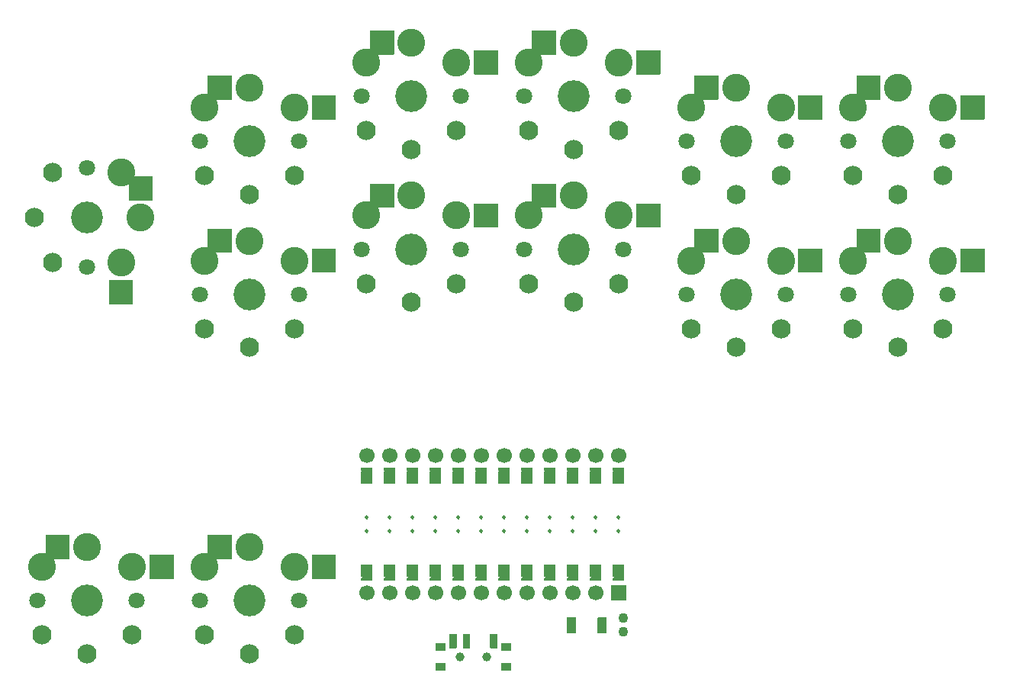
<source format=gbr>
%TF.GenerationSoftware,KiCad,Pcbnew,(5.1.10)-1*%
%TF.CreationDate,2022-08-11T13:18:27-05:00*%
%TF.ProjectId,lamia,6c616d69-612e-46b6-9963-61645f706362,v1.0.0*%
%TF.SameCoordinates,Original*%
%TF.FileFunction,Soldermask,Bot*%
%TF.FilePolarity,Negative*%
%FSLAX46Y46*%
G04 Gerber Fmt 4.6, Leading zero omitted, Abs format (unit mm)*
G04 Created by KiCad (PCBNEW (5.1.10)-1) date 2022-08-11 13:18:27*
%MOMM*%
%LPD*%
G01*
G04 APERTURE LIST*
%ADD10C,0.100000*%
%ADD11C,0.250000*%
%ADD12C,3.529000*%
%ADD13C,1.801800*%
%ADD14C,3.100000*%
%ADD15C,2.132000*%
%ADD16C,1.700000*%
%ADD17C,1.000000*%
%ADD18C,1.100000*%
G04 APERTURE END LIST*
D10*
%TO.C,MCU1*%
G36*
X59478000Y-28920000D02*
G01*
X58462000Y-28920000D01*
X58462000Y-27904000D01*
X59478000Y-27904000D01*
X59478000Y-28920000D01*
G37*
X59478000Y-28920000D02*
X58462000Y-28920000D01*
X58462000Y-27904000D01*
X59478000Y-27904000D01*
X59478000Y-28920000D01*
G36*
X56938000Y-28920000D02*
G01*
X55922000Y-28920000D01*
X55922000Y-27904000D01*
X56938000Y-27904000D01*
X56938000Y-28920000D01*
G37*
X56938000Y-28920000D02*
X55922000Y-28920000D01*
X55922000Y-27904000D01*
X56938000Y-27904000D01*
X56938000Y-28920000D01*
G36*
X54398000Y-28920000D02*
G01*
X53382000Y-28920000D01*
X53382000Y-27904000D01*
X54398000Y-27904000D01*
X54398000Y-28920000D01*
G37*
X54398000Y-28920000D02*
X53382000Y-28920000D01*
X53382000Y-27904000D01*
X54398000Y-27904000D01*
X54398000Y-28920000D01*
G36*
X51858000Y-28920000D02*
G01*
X50842000Y-28920000D01*
X50842000Y-27904000D01*
X51858000Y-27904000D01*
X51858000Y-28920000D01*
G37*
X51858000Y-28920000D02*
X50842000Y-28920000D01*
X50842000Y-27904000D01*
X51858000Y-27904000D01*
X51858000Y-28920000D01*
G36*
X49318000Y-28920000D02*
G01*
X48302000Y-28920000D01*
X48302000Y-27904000D01*
X49318000Y-27904000D01*
X49318000Y-28920000D01*
G37*
X49318000Y-28920000D02*
X48302000Y-28920000D01*
X48302000Y-27904000D01*
X49318000Y-27904000D01*
X49318000Y-28920000D01*
G36*
X46778000Y-28920000D02*
G01*
X45762000Y-28920000D01*
X45762000Y-27904000D01*
X46778000Y-27904000D01*
X46778000Y-28920000D01*
G37*
X46778000Y-28920000D02*
X45762000Y-28920000D01*
X45762000Y-27904000D01*
X46778000Y-27904000D01*
X46778000Y-28920000D01*
G36*
X44238000Y-28920000D02*
G01*
X43222000Y-28920000D01*
X43222000Y-27904000D01*
X44238000Y-27904000D01*
X44238000Y-28920000D01*
G37*
X44238000Y-28920000D02*
X43222000Y-28920000D01*
X43222000Y-27904000D01*
X44238000Y-27904000D01*
X44238000Y-28920000D01*
G36*
X41698000Y-28920000D02*
G01*
X40682000Y-28920000D01*
X40682000Y-27904000D01*
X41698000Y-27904000D01*
X41698000Y-28920000D01*
G37*
X41698000Y-28920000D02*
X40682000Y-28920000D01*
X40682000Y-27904000D01*
X41698000Y-27904000D01*
X41698000Y-28920000D01*
G36*
X39158000Y-28920000D02*
G01*
X38142000Y-28920000D01*
X38142000Y-27904000D01*
X39158000Y-27904000D01*
X39158000Y-28920000D01*
G37*
X39158000Y-28920000D02*
X38142000Y-28920000D01*
X38142000Y-27904000D01*
X39158000Y-27904000D01*
X39158000Y-28920000D01*
G36*
X36618000Y-28920000D02*
G01*
X35602000Y-28920000D01*
X35602000Y-27904000D01*
X36618000Y-27904000D01*
X36618000Y-28920000D01*
G37*
X36618000Y-28920000D02*
X35602000Y-28920000D01*
X35602000Y-27904000D01*
X36618000Y-27904000D01*
X36618000Y-28920000D01*
G36*
X34078000Y-28920000D02*
G01*
X33062000Y-28920000D01*
X33062000Y-27904000D01*
X34078000Y-27904000D01*
X34078000Y-28920000D01*
G37*
X34078000Y-28920000D02*
X33062000Y-28920000D01*
X33062000Y-27904000D01*
X34078000Y-27904000D01*
X34078000Y-28920000D01*
G36*
X31538000Y-28920000D02*
G01*
X30522000Y-28920000D01*
X30522000Y-27904000D01*
X31538000Y-27904000D01*
X31538000Y-28920000D01*
G37*
X31538000Y-28920000D02*
X30522000Y-28920000D01*
X30522000Y-27904000D01*
X31538000Y-27904000D01*
X31538000Y-28920000D01*
G36*
X58462000Y-39080000D02*
G01*
X59478000Y-39080000D01*
X59478000Y-40096000D01*
X58462000Y-40096000D01*
X58462000Y-39080000D01*
G37*
X58462000Y-39080000D02*
X59478000Y-39080000D01*
X59478000Y-40096000D01*
X58462000Y-40096000D01*
X58462000Y-39080000D01*
G36*
X55922000Y-39080000D02*
G01*
X56938000Y-39080000D01*
X56938000Y-40096000D01*
X55922000Y-40096000D01*
X55922000Y-39080000D01*
G37*
X55922000Y-39080000D02*
X56938000Y-39080000D01*
X56938000Y-40096000D01*
X55922000Y-40096000D01*
X55922000Y-39080000D01*
G36*
X53382000Y-39080000D02*
G01*
X54398000Y-39080000D01*
X54398000Y-40096000D01*
X53382000Y-40096000D01*
X53382000Y-39080000D01*
G37*
X53382000Y-39080000D02*
X54398000Y-39080000D01*
X54398000Y-40096000D01*
X53382000Y-40096000D01*
X53382000Y-39080000D01*
G36*
X50842000Y-39080000D02*
G01*
X51858000Y-39080000D01*
X51858000Y-40096000D01*
X50842000Y-40096000D01*
X50842000Y-39080000D01*
G37*
X50842000Y-39080000D02*
X51858000Y-39080000D01*
X51858000Y-40096000D01*
X50842000Y-40096000D01*
X50842000Y-39080000D01*
G36*
X48302000Y-39080000D02*
G01*
X49318000Y-39080000D01*
X49318000Y-40096000D01*
X48302000Y-40096000D01*
X48302000Y-39080000D01*
G37*
X48302000Y-39080000D02*
X49318000Y-39080000D01*
X49318000Y-40096000D01*
X48302000Y-40096000D01*
X48302000Y-39080000D01*
G36*
X45762000Y-39080000D02*
G01*
X46778000Y-39080000D01*
X46778000Y-40096000D01*
X45762000Y-40096000D01*
X45762000Y-39080000D01*
G37*
X45762000Y-39080000D02*
X46778000Y-39080000D01*
X46778000Y-40096000D01*
X45762000Y-40096000D01*
X45762000Y-39080000D01*
G36*
X43222000Y-39080000D02*
G01*
X44238000Y-39080000D01*
X44238000Y-40096000D01*
X43222000Y-40096000D01*
X43222000Y-39080000D01*
G37*
X43222000Y-39080000D02*
X44238000Y-39080000D01*
X44238000Y-40096000D01*
X43222000Y-40096000D01*
X43222000Y-39080000D01*
G36*
X40682000Y-39080000D02*
G01*
X41698000Y-39080000D01*
X41698000Y-40096000D01*
X40682000Y-40096000D01*
X40682000Y-39080000D01*
G37*
X40682000Y-39080000D02*
X41698000Y-39080000D01*
X41698000Y-40096000D01*
X40682000Y-40096000D01*
X40682000Y-39080000D01*
G36*
X38142000Y-39080000D02*
G01*
X39158000Y-39080000D01*
X39158000Y-40096000D01*
X38142000Y-40096000D01*
X38142000Y-39080000D01*
G37*
X38142000Y-39080000D02*
X39158000Y-39080000D01*
X39158000Y-40096000D01*
X38142000Y-40096000D01*
X38142000Y-39080000D01*
G36*
X35602000Y-39080000D02*
G01*
X36618000Y-39080000D01*
X36618000Y-40096000D01*
X35602000Y-40096000D01*
X35602000Y-39080000D01*
G37*
X35602000Y-39080000D02*
X36618000Y-39080000D01*
X36618000Y-40096000D01*
X35602000Y-40096000D01*
X35602000Y-39080000D01*
G36*
X33062000Y-39080000D02*
G01*
X34078000Y-39080000D01*
X34078000Y-40096000D01*
X33062000Y-40096000D01*
X33062000Y-39080000D01*
G37*
X33062000Y-39080000D02*
X34078000Y-39080000D01*
X34078000Y-40096000D01*
X33062000Y-40096000D01*
X33062000Y-39080000D01*
G36*
X30522000Y-39080000D02*
G01*
X31538000Y-39080000D01*
X31538000Y-40096000D01*
X30522000Y-40096000D01*
X30522000Y-39080000D01*
G37*
X30522000Y-39080000D02*
X31538000Y-39080000D01*
X31538000Y-40096000D01*
X30522000Y-40096000D01*
X30522000Y-39080000D01*
D11*
X59095000Y-34762000D02*
G75*
G03*
X59095000Y-34762000I-125000J0D01*
G01*
X59095000Y-33238000D02*
G75*
G03*
X59095000Y-33238000I-125000J0D01*
G01*
X56555000Y-33238000D02*
G75*
G03*
X56555000Y-33238000I-125000J0D01*
G01*
X56555000Y-34762000D02*
G75*
G03*
X56555000Y-34762000I-125000J0D01*
G01*
X54015000Y-34762000D02*
G75*
G03*
X54015000Y-34762000I-125000J0D01*
G01*
X54015000Y-33238000D02*
G75*
G03*
X54015000Y-33238000I-125000J0D01*
G01*
X51475000Y-34762000D02*
G75*
G03*
X51475000Y-34762000I-125000J0D01*
G01*
X51475000Y-33238000D02*
G75*
G03*
X51475000Y-33238000I-125000J0D01*
G01*
X48935000Y-34762000D02*
G75*
G03*
X48935000Y-34762000I-125000J0D01*
G01*
X48935000Y-33238000D02*
G75*
G03*
X48935000Y-33238000I-125000J0D01*
G01*
X46395000Y-34762000D02*
G75*
G03*
X46395000Y-34762000I-125000J0D01*
G01*
X46395000Y-33238000D02*
G75*
G03*
X46395000Y-33238000I-125000J0D01*
G01*
X43855000Y-34762000D02*
G75*
G03*
X43855000Y-34762000I-125000J0D01*
G01*
X43855000Y-33238000D02*
G75*
G03*
X43855000Y-33238000I-125000J0D01*
G01*
X41315000Y-34762000D02*
G75*
G03*
X41315000Y-34762000I-125000J0D01*
G01*
X41315000Y-33238000D02*
G75*
G03*
X41315000Y-33238000I-125000J0D01*
G01*
X38775000Y-34762000D02*
G75*
G03*
X38775000Y-34762000I-125000J0D01*
G01*
X38775000Y-33238000D02*
G75*
G03*
X38775000Y-33238000I-125000J0D01*
G01*
X36235000Y-34762000D02*
G75*
G03*
X36235000Y-34762000I-125000J0D01*
G01*
X36235000Y-33238000D02*
G75*
G03*
X36235000Y-33238000I-125000J0D01*
G01*
X33695000Y-34762000D02*
G75*
G03*
X33695000Y-34762000I-125000J0D01*
G01*
X33695000Y-33238000D02*
G75*
G03*
X33695000Y-33238000I-125000J0D01*
G01*
X31155000Y-34762000D02*
G75*
G03*
X31155000Y-34762000I-125000J0D01*
G01*
X31155000Y-33238000D02*
G75*
G03*
X31155000Y-33238000I-125000J0D01*
G01*
%TD*%
D12*
%TO.C,S1*%
X0Y0D03*
D13*
X0Y-5500000D03*
X0Y5500000D03*
D14*
X3750000Y-5000000D03*
X5950000Y0D03*
G36*
G01*
X4650000Y4625000D02*
X7250000Y4625000D01*
G75*
G02*
X7300000Y4575000I0J-50000D01*
G01*
X7300000Y1975000D01*
G75*
G02*
X7250000Y1925000I-50000J0D01*
G01*
X4650000Y1925000D01*
G75*
G02*
X4600000Y1975000I0J50000D01*
G01*
X4600000Y4575000D01*
G75*
G02*
X4650000Y4625000I50000J0D01*
G01*
G37*
G36*
G01*
X2450000Y-6925000D02*
X5050000Y-6925000D01*
G75*
G02*
X5100000Y-6975000I0J-50000D01*
G01*
X5100000Y-9575000D01*
G75*
G02*
X5050000Y-9625000I-50000J0D01*
G01*
X2450000Y-9625000D01*
G75*
G02*
X2400000Y-9575000I0J50000D01*
G01*
X2400000Y-6975000D01*
G75*
G02*
X2450000Y-6925000I50000J0D01*
G01*
G37*
X3750000Y5000000D03*
X5950000Y0D03*
%TD*%
D12*
%TO.C,S2*%
X0Y0D03*
D13*
X0Y5500000D03*
X0Y-5500000D03*
D15*
X-3800000Y5000000D03*
X-5900000Y0D03*
X-3800000Y-5000000D03*
X-5900000Y0D03*
%TD*%
D12*
%TO.C,S3*%
X18000000Y-8500000D03*
D13*
X23500000Y-8500000D03*
X12500000Y-8500000D03*
D14*
X23000000Y-4750000D03*
X18000000Y-2550000D03*
G36*
G01*
X13375000Y-3850000D02*
X13375000Y-1250000D01*
G75*
G02*
X13425000Y-1200000I50000J0D01*
G01*
X16025000Y-1200000D01*
G75*
G02*
X16075000Y-1250000I0J-50000D01*
G01*
X16075000Y-3850000D01*
G75*
G02*
X16025000Y-3900000I-50000J0D01*
G01*
X13425000Y-3900000D01*
G75*
G02*
X13375000Y-3850000I0J50000D01*
G01*
G37*
G36*
G01*
X24925000Y-6050000D02*
X24925000Y-3450000D01*
G75*
G02*
X24975000Y-3400000I50000J0D01*
G01*
X27575000Y-3400000D01*
G75*
G02*
X27625000Y-3450000I0J-50000D01*
G01*
X27625000Y-6050000D01*
G75*
G02*
X27575000Y-6100000I-50000J0D01*
G01*
X24975000Y-6100000D01*
G75*
G02*
X24925000Y-6050000I0J50000D01*
G01*
G37*
X13000000Y-4750000D03*
X18000000Y-2550000D03*
%TD*%
D12*
%TO.C,S4*%
X18000000Y-8500000D03*
D13*
X12500000Y-8500000D03*
X23500000Y-8500000D03*
D15*
X13000000Y-12300000D03*
X18000000Y-14400000D03*
X23000000Y-12300000D03*
X18000000Y-14400000D03*
%TD*%
D12*
%TO.C,S5*%
X18000000Y8500000D03*
D13*
X23500000Y8500000D03*
X12500000Y8500000D03*
D14*
X23000000Y12250000D03*
X18000000Y14450000D03*
G36*
G01*
X13375000Y13150000D02*
X13375000Y15750000D01*
G75*
G02*
X13425000Y15800000I50000J0D01*
G01*
X16025000Y15800000D01*
G75*
G02*
X16075000Y15750000I0J-50000D01*
G01*
X16075000Y13150000D01*
G75*
G02*
X16025000Y13100000I-50000J0D01*
G01*
X13425000Y13100000D01*
G75*
G02*
X13375000Y13150000I0J50000D01*
G01*
G37*
G36*
G01*
X24925000Y10950000D02*
X24925000Y13550000D01*
G75*
G02*
X24975000Y13600000I50000J0D01*
G01*
X27575000Y13600000D01*
G75*
G02*
X27625000Y13550000I0J-50000D01*
G01*
X27625000Y10950000D01*
G75*
G02*
X27575000Y10900000I-50000J0D01*
G01*
X24975000Y10900000D01*
G75*
G02*
X24925000Y10950000I0J50000D01*
G01*
G37*
X13000000Y12250000D03*
X18000000Y14450000D03*
%TD*%
D12*
%TO.C,S6*%
X18000000Y8500000D03*
D13*
X12500000Y8500000D03*
X23500000Y8500000D03*
D15*
X13000000Y4700000D03*
X18000000Y2600000D03*
X23000000Y4700000D03*
X18000000Y2600000D03*
%TD*%
D12*
%TO.C,S7*%
X36000000Y-3500000D03*
D13*
X41500000Y-3500000D03*
X30500000Y-3500000D03*
D14*
X41000000Y250000D03*
X36000000Y2450000D03*
G36*
G01*
X31375000Y1150000D02*
X31375000Y3750000D01*
G75*
G02*
X31425000Y3800000I50000J0D01*
G01*
X34025000Y3800000D01*
G75*
G02*
X34075000Y3750000I0J-50000D01*
G01*
X34075000Y1150000D01*
G75*
G02*
X34025000Y1100000I-50000J0D01*
G01*
X31425000Y1100000D01*
G75*
G02*
X31375000Y1150000I0J50000D01*
G01*
G37*
G36*
G01*
X42925000Y-1050000D02*
X42925000Y1550000D01*
G75*
G02*
X42975000Y1600000I50000J0D01*
G01*
X45575000Y1600000D01*
G75*
G02*
X45625000Y1550000I0J-50000D01*
G01*
X45625000Y-1050000D01*
G75*
G02*
X45575000Y-1100000I-50000J0D01*
G01*
X42975000Y-1100000D01*
G75*
G02*
X42925000Y-1050000I0J50000D01*
G01*
G37*
X31000000Y250000D03*
X36000000Y2450000D03*
%TD*%
D12*
%TO.C,S8*%
X36000000Y-3500000D03*
D13*
X30500000Y-3500000D03*
X41500000Y-3500000D03*
D15*
X31000000Y-7300000D03*
X36000000Y-9400000D03*
X41000000Y-7300000D03*
X36000000Y-9400000D03*
%TD*%
D12*
%TO.C,S9*%
X36000000Y13500000D03*
D13*
X41500000Y13500000D03*
X30500000Y13500000D03*
D14*
X41000000Y17250000D03*
X36000000Y19450000D03*
G36*
G01*
X31375000Y18150000D02*
X31375000Y20750000D01*
G75*
G02*
X31425000Y20800000I50000J0D01*
G01*
X34025000Y20800000D01*
G75*
G02*
X34075000Y20750000I0J-50000D01*
G01*
X34075000Y18150000D01*
G75*
G02*
X34025000Y18100000I-50000J0D01*
G01*
X31425000Y18100000D01*
G75*
G02*
X31375000Y18150000I0J50000D01*
G01*
G37*
G36*
G01*
X42925000Y15950000D02*
X42925000Y18550000D01*
G75*
G02*
X42975000Y18600000I50000J0D01*
G01*
X45575000Y18600000D01*
G75*
G02*
X45625000Y18550000I0J-50000D01*
G01*
X45625000Y15950000D01*
G75*
G02*
X45575000Y15900000I-50000J0D01*
G01*
X42975000Y15900000D01*
G75*
G02*
X42925000Y15950000I0J50000D01*
G01*
G37*
X31000000Y17250000D03*
X36000000Y19450000D03*
%TD*%
D12*
%TO.C,S10*%
X36000000Y13500000D03*
D13*
X30500000Y13500000D03*
X41500000Y13500000D03*
D15*
X31000000Y9700000D03*
X36000000Y7600000D03*
X41000000Y9700000D03*
X36000000Y7600000D03*
%TD*%
D12*
%TO.C,S11*%
X54000000Y-3500000D03*
D13*
X59500000Y-3500000D03*
X48500000Y-3500000D03*
D14*
X59000000Y250000D03*
X54000000Y2450000D03*
G36*
G01*
X49375000Y1150000D02*
X49375000Y3750000D01*
G75*
G02*
X49425000Y3800000I50000J0D01*
G01*
X52025000Y3800000D01*
G75*
G02*
X52075000Y3750000I0J-50000D01*
G01*
X52075000Y1150000D01*
G75*
G02*
X52025000Y1100000I-50000J0D01*
G01*
X49425000Y1100000D01*
G75*
G02*
X49375000Y1150000I0J50000D01*
G01*
G37*
G36*
G01*
X60925000Y-1050000D02*
X60925000Y1550000D01*
G75*
G02*
X60975000Y1600000I50000J0D01*
G01*
X63575000Y1600000D01*
G75*
G02*
X63625000Y1550000I0J-50000D01*
G01*
X63625000Y-1050000D01*
G75*
G02*
X63575000Y-1100000I-50000J0D01*
G01*
X60975000Y-1100000D01*
G75*
G02*
X60925000Y-1050000I0J50000D01*
G01*
G37*
X49000000Y250000D03*
X54000000Y2450000D03*
%TD*%
D12*
%TO.C,S12*%
X54000000Y-3500000D03*
D13*
X48500000Y-3500000D03*
X59500000Y-3500000D03*
D15*
X49000000Y-7300000D03*
X54000000Y-9400000D03*
X59000000Y-7300000D03*
X54000000Y-9400000D03*
%TD*%
D12*
%TO.C,S13*%
X54000000Y13500000D03*
D13*
X59500000Y13500000D03*
X48500000Y13500000D03*
D14*
X59000000Y17250000D03*
X54000000Y19450000D03*
G36*
G01*
X49375000Y18150000D02*
X49375000Y20750000D01*
G75*
G02*
X49425000Y20800000I50000J0D01*
G01*
X52025000Y20800000D01*
G75*
G02*
X52075000Y20750000I0J-50000D01*
G01*
X52075000Y18150000D01*
G75*
G02*
X52025000Y18100000I-50000J0D01*
G01*
X49425000Y18100000D01*
G75*
G02*
X49375000Y18150000I0J50000D01*
G01*
G37*
G36*
G01*
X60925000Y15950000D02*
X60925000Y18550000D01*
G75*
G02*
X60975000Y18600000I50000J0D01*
G01*
X63575000Y18600000D01*
G75*
G02*
X63625000Y18550000I0J-50000D01*
G01*
X63625000Y15950000D01*
G75*
G02*
X63575000Y15900000I-50000J0D01*
G01*
X60975000Y15900000D01*
G75*
G02*
X60925000Y15950000I0J50000D01*
G01*
G37*
X49000000Y17250000D03*
X54000000Y19450000D03*
%TD*%
D12*
%TO.C,S14*%
X54000000Y13500000D03*
D13*
X48500000Y13500000D03*
X59500000Y13500000D03*
D15*
X49000000Y9700000D03*
X54000000Y7600000D03*
X59000000Y9700000D03*
X54000000Y7600000D03*
%TD*%
D12*
%TO.C,S15*%
X72000000Y-8500000D03*
D13*
X77500000Y-8500000D03*
X66500000Y-8500000D03*
D14*
X77000000Y-4750000D03*
X72000000Y-2550000D03*
G36*
G01*
X67375000Y-3850000D02*
X67375000Y-1250000D01*
G75*
G02*
X67425000Y-1200000I50000J0D01*
G01*
X70025000Y-1200000D01*
G75*
G02*
X70075000Y-1250000I0J-50000D01*
G01*
X70075000Y-3850000D01*
G75*
G02*
X70025000Y-3900000I-50000J0D01*
G01*
X67425000Y-3900000D01*
G75*
G02*
X67375000Y-3850000I0J50000D01*
G01*
G37*
G36*
G01*
X78925000Y-6050000D02*
X78925000Y-3450000D01*
G75*
G02*
X78975000Y-3400000I50000J0D01*
G01*
X81575000Y-3400000D01*
G75*
G02*
X81625000Y-3450000I0J-50000D01*
G01*
X81625000Y-6050000D01*
G75*
G02*
X81575000Y-6100000I-50000J0D01*
G01*
X78975000Y-6100000D01*
G75*
G02*
X78925000Y-6050000I0J50000D01*
G01*
G37*
X67000000Y-4750000D03*
X72000000Y-2550000D03*
%TD*%
D12*
%TO.C,S16*%
X72000000Y-8500000D03*
D13*
X66500000Y-8500000D03*
X77500000Y-8500000D03*
D15*
X67000000Y-12300000D03*
X72000000Y-14400000D03*
X77000000Y-12300000D03*
X72000000Y-14400000D03*
%TD*%
D12*
%TO.C,S17*%
X72000000Y8500000D03*
D13*
X77500000Y8500000D03*
X66500000Y8500000D03*
D14*
X77000000Y12250000D03*
X72000000Y14450000D03*
G36*
G01*
X67375000Y13150000D02*
X67375000Y15750000D01*
G75*
G02*
X67425000Y15800000I50000J0D01*
G01*
X70025000Y15800000D01*
G75*
G02*
X70075000Y15750000I0J-50000D01*
G01*
X70075000Y13150000D01*
G75*
G02*
X70025000Y13100000I-50000J0D01*
G01*
X67425000Y13100000D01*
G75*
G02*
X67375000Y13150000I0J50000D01*
G01*
G37*
G36*
G01*
X78925000Y10950000D02*
X78925000Y13550000D01*
G75*
G02*
X78975000Y13600000I50000J0D01*
G01*
X81575000Y13600000D01*
G75*
G02*
X81625000Y13550000I0J-50000D01*
G01*
X81625000Y10950000D01*
G75*
G02*
X81575000Y10900000I-50000J0D01*
G01*
X78975000Y10900000D01*
G75*
G02*
X78925000Y10950000I0J50000D01*
G01*
G37*
X67000000Y12250000D03*
X72000000Y14450000D03*
%TD*%
D12*
%TO.C,S18*%
X72000000Y8500000D03*
D13*
X66500000Y8500000D03*
X77500000Y8500000D03*
D15*
X67000000Y4700000D03*
X72000000Y2600000D03*
X77000000Y4700000D03*
X72000000Y2600000D03*
%TD*%
D12*
%TO.C,S19*%
X90000000Y-8500000D03*
D13*
X95500000Y-8500000D03*
X84500000Y-8500000D03*
D14*
X95000000Y-4750000D03*
X90000000Y-2550000D03*
G36*
G01*
X85375000Y-3850000D02*
X85375000Y-1250000D01*
G75*
G02*
X85425000Y-1200000I50000J0D01*
G01*
X88025000Y-1200000D01*
G75*
G02*
X88075000Y-1250000I0J-50000D01*
G01*
X88075000Y-3850000D01*
G75*
G02*
X88025000Y-3900000I-50000J0D01*
G01*
X85425000Y-3900000D01*
G75*
G02*
X85375000Y-3850000I0J50000D01*
G01*
G37*
G36*
G01*
X96925000Y-6050000D02*
X96925000Y-3450000D01*
G75*
G02*
X96975000Y-3400000I50000J0D01*
G01*
X99575000Y-3400000D01*
G75*
G02*
X99625000Y-3450000I0J-50000D01*
G01*
X99625000Y-6050000D01*
G75*
G02*
X99575000Y-6100000I-50000J0D01*
G01*
X96975000Y-6100000D01*
G75*
G02*
X96925000Y-6050000I0J50000D01*
G01*
G37*
X85000000Y-4750000D03*
X90000000Y-2550000D03*
%TD*%
D12*
%TO.C,S20*%
X90000000Y-8500000D03*
D13*
X84500000Y-8500000D03*
X95500000Y-8500000D03*
D15*
X85000000Y-12300000D03*
X90000000Y-14400000D03*
X95000000Y-12300000D03*
X90000000Y-14400000D03*
%TD*%
D12*
%TO.C,S21*%
X90000000Y8500000D03*
D13*
X95500000Y8500000D03*
X84500000Y8500000D03*
D14*
X95000000Y12250000D03*
X90000000Y14450000D03*
G36*
G01*
X85375000Y13150000D02*
X85375000Y15750000D01*
G75*
G02*
X85425000Y15800000I50000J0D01*
G01*
X88025000Y15800000D01*
G75*
G02*
X88075000Y15750000I0J-50000D01*
G01*
X88075000Y13150000D01*
G75*
G02*
X88025000Y13100000I-50000J0D01*
G01*
X85425000Y13100000D01*
G75*
G02*
X85375000Y13150000I0J50000D01*
G01*
G37*
G36*
G01*
X96925000Y10950000D02*
X96925000Y13550000D01*
G75*
G02*
X96975000Y13600000I50000J0D01*
G01*
X99575000Y13600000D01*
G75*
G02*
X99625000Y13550000I0J-50000D01*
G01*
X99625000Y10950000D01*
G75*
G02*
X99575000Y10900000I-50000J0D01*
G01*
X96975000Y10900000D01*
G75*
G02*
X96925000Y10950000I0J50000D01*
G01*
G37*
X85000000Y12250000D03*
X90000000Y14450000D03*
%TD*%
D12*
%TO.C,S22*%
X90000000Y8500000D03*
D13*
X84500000Y8500000D03*
X95500000Y8500000D03*
D15*
X85000000Y4700000D03*
X90000000Y2600000D03*
X95000000Y4700000D03*
X90000000Y2600000D03*
%TD*%
D12*
%TO.C,S23*%
X0Y-42500000D03*
D13*
X5500000Y-42500000D03*
X-5500000Y-42500000D03*
D14*
X5000000Y-38750000D03*
X0Y-36550000D03*
G36*
G01*
X-4625000Y-37850000D02*
X-4625000Y-35250000D01*
G75*
G02*
X-4575000Y-35200000I50000J0D01*
G01*
X-1975000Y-35200000D01*
G75*
G02*
X-1925000Y-35250000I0J-50000D01*
G01*
X-1925000Y-37850000D01*
G75*
G02*
X-1975000Y-37900000I-50000J0D01*
G01*
X-4575000Y-37900000D01*
G75*
G02*
X-4625000Y-37850000I0J50000D01*
G01*
G37*
G36*
G01*
X6925000Y-40050000D02*
X6925000Y-37450000D01*
G75*
G02*
X6975000Y-37400000I50000J0D01*
G01*
X9575000Y-37400000D01*
G75*
G02*
X9625000Y-37450000I0J-50000D01*
G01*
X9625000Y-40050000D01*
G75*
G02*
X9575000Y-40100000I-50000J0D01*
G01*
X6975000Y-40100000D01*
G75*
G02*
X6925000Y-40050000I0J50000D01*
G01*
G37*
X-5000000Y-38750000D03*
X0Y-36550000D03*
%TD*%
D12*
%TO.C,S24*%
X0Y-42500000D03*
D13*
X-5500000Y-42500000D03*
X5500000Y-42500000D03*
D15*
X-5000000Y-46300000D03*
X0Y-48400000D03*
X5000000Y-46300000D03*
X0Y-48400000D03*
%TD*%
D12*
%TO.C,S25*%
X18000000Y-42500000D03*
D13*
X23500000Y-42500000D03*
X12500000Y-42500000D03*
D14*
X23000000Y-38750000D03*
X18000000Y-36550000D03*
G36*
G01*
X13375000Y-37850000D02*
X13375000Y-35250000D01*
G75*
G02*
X13425000Y-35200000I50000J0D01*
G01*
X16025000Y-35200000D01*
G75*
G02*
X16075000Y-35250000I0J-50000D01*
G01*
X16075000Y-37850000D01*
G75*
G02*
X16025000Y-37900000I-50000J0D01*
G01*
X13425000Y-37900000D01*
G75*
G02*
X13375000Y-37850000I0J50000D01*
G01*
G37*
G36*
G01*
X24925000Y-40050000D02*
X24925000Y-37450000D01*
G75*
G02*
X24975000Y-37400000I50000J0D01*
G01*
X27575000Y-37400000D01*
G75*
G02*
X27625000Y-37450000I0J-50000D01*
G01*
X27625000Y-40050000D01*
G75*
G02*
X27575000Y-40100000I-50000J0D01*
G01*
X24975000Y-40100000D01*
G75*
G02*
X24925000Y-40050000I0J50000D01*
G01*
G37*
X13000000Y-38750000D03*
X18000000Y-36550000D03*
%TD*%
D12*
%TO.C,S26*%
X18000000Y-42500000D03*
D13*
X12500000Y-42500000D03*
X23500000Y-42500000D03*
D15*
X13000000Y-46300000D03*
X18000000Y-48400000D03*
X23000000Y-46300000D03*
X18000000Y-48400000D03*
%TD*%
D16*
%TO.C,MCU1*%
X58970000Y-26380000D03*
X56430000Y-26380000D03*
X53890000Y-26380000D03*
X51350000Y-26380000D03*
X48810000Y-26380000D03*
X46270000Y-26380000D03*
X43730000Y-26380000D03*
X41190000Y-26380000D03*
X38650000Y-26380000D03*
X36110000Y-26380000D03*
X33570000Y-26380000D03*
X31030000Y-26380000D03*
X31030000Y-41620000D03*
X33570000Y-41620000D03*
X36110000Y-41620000D03*
X38650000Y-41620000D03*
X41190000Y-41620000D03*
X43730000Y-41620000D03*
X46270000Y-41620000D03*
X48810000Y-41620000D03*
X51350000Y-41620000D03*
X53890000Y-41620000D03*
X56430000Y-41620000D03*
X58970000Y-41620000D03*
G36*
G01*
X59820000Y-40820000D02*
X59820000Y-42420000D01*
G75*
G02*
X59770000Y-42470000I-50000J0D01*
G01*
X58170000Y-42470000D01*
G75*
G02*
X58120000Y-42420000I0J50000D01*
G01*
X58120000Y-40820000D01*
G75*
G02*
X58170000Y-40770000I50000J0D01*
G01*
X59770000Y-40770000D01*
G75*
G02*
X59820000Y-40820000I0J-50000D01*
G01*
G37*
D10*
G36*
X59579755Y-28124961D02*
G01*
X59589134Y-28127806D01*
X59597779Y-28132427D01*
X59605355Y-28138645D01*
X59611573Y-28146221D01*
X59616194Y-28154866D01*
X59619039Y-28164245D01*
X59620000Y-28174000D01*
X59620000Y-29424000D01*
X59619039Y-29433755D01*
X59616194Y-29443134D01*
X59611573Y-29451779D01*
X59605355Y-29459355D01*
X59597779Y-29465573D01*
X59589134Y-29470194D01*
X59579755Y-29473039D01*
X59570000Y-29474000D01*
X58370000Y-29474000D01*
X58360245Y-29473039D01*
X58350866Y-29470194D01*
X58342221Y-29465573D01*
X58334645Y-29459355D01*
X58328427Y-29451779D01*
X58323806Y-29443134D01*
X58320961Y-29433755D01*
X58320000Y-29424000D01*
X58320000Y-28174000D01*
X58320961Y-28164245D01*
X58323806Y-28154866D01*
X58328427Y-28146221D01*
X58334645Y-28138645D01*
X58342221Y-28132427D01*
X58350866Y-28127806D01*
X58360245Y-28124961D01*
X58370000Y-28124000D01*
X58379755Y-28124961D01*
X58389134Y-28127806D01*
X58397779Y-28132427D01*
X58405355Y-28138645D01*
X58970000Y-28703290D01*
X59534645Y-28138645D01*
X59542221Y-28132427D01*
X59550866Y-28127806D01*
X59560245Y-28124961D01*
X59570000Y-28124000D01*
X59579755Y-28124961D01*
G37*
G36*
X59579755Y-27708961D02*
G01*
X59589134Y-27711806D01*
X59597779Y-27716427D01*
X59605355Y-27722645D01*
X59611573Y-27730221D01*
X59616194Y-27738866D01*
X59619039Y-27748245D01*
X59620000Y-27758000D01*
X59620000Y-27958000D01*
X59619039Y-27967755D01*
X59616194Y-27977134D01*
X59611573Y-27985779D01*
X59605355Y-27993355D01*
X59005355Y-28593355D01*
X58997779Y-28599573D01*
X58989134Y-28604194D01*
X58979755Y-28607039D01*
X58970000Y-28608000D01*
X58960245Y-28607039D01*
X58950866Y-28604194D01*
X58942221Y-28599573D01*
X58934645Y-28593355D01*
X58334645Y-27993355D01*
X58328427Y-27985779D01*
X58323806Y-27977134D01*
X58320961Y-27967755D01*
X58320000Y-27958000D01*
X58320000Y-27758000D01*
X58320961Y-27748245D01*
X58323806Y-27738866D01*
X58328427Y-27730221D01*
X58334645Y-27722645D01*
X58342221Y-27716427D01*
X58350866Y-27711806D01*
X58360245Y-27708961D01*
X58370000Y-27708000D01*
X59570000Y-27708000D01*
X59579755Y-27708961D01*
G37*
G36*
X57039755Y-27708961D02*
G01*
X57049134Y-27711806D01*
X57057779Y-27716427D01*
X57065355Y-27722645D01*
X57071573Y-27730221D01*
X57076194Y-27738866D01*
X57079039Y-27748245D01*
X57080000Y-27758000D01*
X57080000Y-27958000D01*
X57079039Y-27967755D01*
X57076194Y-27977134D01*
X57071573Y-27985779D01*
X57065355Y-27993355D01*
X56465355Y-28593355D01*
X56457779Y-28599573D01*
X56449134Y-28604194D01*
X56439755Y-28607039D01*
X56430000Y-28608000D01*
X56420245Y-28607039D01*
X56410866Y-28604194D01*
X56402221Y-28599573D01*
X56394645Y-28593355D01*
X55794645Y-27993355D01*
X55788427Y-27985779D01*
X55783806Y-27977134D01*
X55780961Y-27967755D01*
X55780000Y-27958000D01*
X55780000Y-27758000D01*
X55780961Y-27748245D01*
X55783806Y-27738866D01*
X55788427Y-27730221D01*
X55794645Y-27722645D01*
X55802221Y-27716427D01*
X55810866Y-27711806D01*
X55820245Y-27708961D01*
X55830000Y-27708000D01*
X57030000Y-27708000D01*
X57039755Y-27708961D01*
G37*
G36*
X57039755Y-28124961D02*
G01*
X57049134Y-28127806D01*
X57057779Y-28132427D01*
X57065355Y-28138645D01*
X57071573Y-28146221D01*
X57076194Y-28154866D01*
X57079039Y-28164245D01*
X57080000Y-28174000D01*
X57080000Y-29424000D01*
X57079039Y-29433755D01*
X57076194Y-29443134D01*
X57071573Y-29451779D01*
X57065355Y-29459355D01*
X57057779Y-29465573D01*
X57049134Y-29470194D01*
X57039755Y-29473039D01*
X57030000Y-29474000D01*
X55830000Y-29474000D01*
X55820245Y-29473039D01*
X55810866Y-29470194D01*
X55802221Y-29465573D01*
X55794645Y-29459355D01*
X55788427Y-29451779D01*
X55783806Y-29443134D01*
X55780961Y-29433755D01*
X55780000Y-29424000D01*
X55780000Y-28174000D01*
X55780961Y-28164245D01*
X55783806Y-28154866D01*
X55788427Y-28146221D01*
X55794645Y-28138645D01*
X55802221Y-28132427D01*
X55810866Y-28127806D01*
X55820245Y-28124961D01*
X55830000Y-28124000D01*
X55839755Y-28124961D01*
X55849134Y-28127806D01*
X55857779Y-28132427D01*
X55865355Y-28138645D01*
X56430000Y-28703290D01*
X56994645Y-28138645D01*
X57002221Y-28132427D01*
X57010866Y-28127806D01*
X57020245Y-28124961D01*
X57030000Y-28124000D01*
X57039755Y-28124961D01*
G37*
G36*
X54499755Y-27708961D02*
G01*
X54509134Y-27711806D01*
X54517779Y-27716427D01*
X54525355Y-27722645D01*
X54531573Y-27730221D01*
X54536194Y-27738866D01*
X54539039Y-27748245D01*
X54540000Y-27758000D01*
X54540000Y-27958000D01*
X54539039Y-27967755D01*
X54536194Y-27977134D01*
X54531573Y-27985779D01*
X54525355Y-27993355D01*
X53925355Y-28593355D01*
X53917779Y-28599573D01*
X53909134Y-28604194D01*
X53899755Y-28607039D01*
X53890000Y-28608000D01*
X53880245Y-28607039D01*
X53870866Y-28604194D01*
X53862221Y-28599573D01*
X53854645Y-28593355D01*
X53254645Y-27993355D01*
X53248427Y-27985779D01*
X53243806Y-27977134D01*
X53240961Y-27967755D01*
X53240000Y-27958000D01*
X53240000Y-27758000D01*
X53240961Y-27748245D01*
X53243806Y-27738866D01*
X53248427Y-27730221D01*
X53254645Y-27722645D01*
X53262221Y-27716427D01*
X53270866Y-27711806D01*
X53280245Y-27708961D01*
X53290000Y-27708000D01*
X54490000Y-27708000D01*
X54499755Y-27708961D01*
G37*
G36*
X54499755Y-28124961D02*
G01*
X54509134Y-28127806D01*
X54517779Y-28132427D01*
X54525355Y-28138645D01*
X54531573Y-28146221D01*
X54536194Y-28154866D01*
X54539039Y-28164245D01*
X54540000Y-28174000D01*
X54540000Y-29424000D01*
X54539039Y-29433755D01*
X54536194Y-29443134D01*
X54531573Y-29451779D01*
X54525355Y-29459355D01*
X54517779Y-29465573D01*
X54509134Y-29470194D01*
X54499755Y-29473039D01*
X54490000Y-29474000D01*
X53290000Y-29474000D01*
X53280245Y-29473039D01*
X53270866Y-29470194D01*
X53262221Y-29465573D01*
X53254645Y-29459355D01*
X53248427Y-29451779D01*
X53243806Y-29443134D01*
X53240961Y-29433755D01*
X53240000Y-29424000D01*
X53240000Y-28174000D01*
X53240961Y-28164245D01*
X53243806Y-28154866D01*
X53248427Y-28146221D01*
X53254645Y-28138645D01*
X53262221Y-28132427D01*
X53270866Y-28127806D01*
X53280245Y-28124961D01*
X53290000Y-28124000D01*
X53299755Y-28124961D01*
X53309134Y-28127806D01*
X53317779Y-28132427D01*
X53325355Y-28138645D01*
X53890000Y-28703290D01*
X54454645Y-28138645D01*
X54462221Y-28132427D01*
X54470866Y-28127806D01*
X54480245Y-28124961D01*
X54490000Y-28124000D01*
X54499755Y-28124961D01*
G37*
G36*
X51959755Y-27708961D02*
G01*
X51969134Y-27711806D01*
X51977779Y-27716427D01*
X51985355Y-27722645D01*
X51991573Y-27730221D01*
X51996194Y-27738866D01*
X51999039Y-27748245D01*
X52000000Y-27758000D01*
X52000000Y-27958000D01*
X51999039Y-27967755D01*
X51996194Y-27977134D01*
X51991573Y-27985779D01*
X51985355Y-27993355D01*
X51385355Y-28593355D01*
X51377779Y-28599573D01*
X51369134Y-28604194D01*
X51359755Y-28607039D01*
X51350000Y-28608000D01*
X51340245Y-28607039D01*
X51330866Y-28604194D01*
X51322221Y-28599573D01*
X51314645Y-28593355D01*
X50714645Y-27993355D01*
X50708427Y-27985779D01*
X50703806Y-27977134D01*
X50700961Y-27967755D01*
X50700000Y-27958000D01*
X50700000Y-27758000D01*
X50700961Y-27748245D01*
X50703806Y-27738866D01*
X50708427Y-27730221D01*
X50714645Y-27722645D01*
X50722221Y-27716427D01*
X50730866Y-27711806D01*
X50740245Y-27708961D01*
X50750000Y-27708000D01*
X51950000Y-27708000D01*
X51959755Y-27708961D01*
G37*
G36*
X51959755Y-28124961D02*
G01*
X51969134Y-28127806D01*
X51977779Y-28132427D01*
X51985355Y-28138645D01*
X51991573Y-28146221D01*
X51996194Y-28154866D01*
X51999039Y-28164245D01*
X52000000Y-28174000D01*
X52000000Y-29424000D01*
X51999039Y-29433755D01*
X51996194Y-29443134D01*
X51991573Y-29451779D01*
X51985355Y-29459355D01*
X51977779Y-29465573D01*
X51969134Y-29470194D01*
X51959755Y-29473039D01*
X51950000Y-29474000D01*
X50750000Y-29474000D01*
X50740245Y-29473039D01*
X50730866Y-29470194D01*
X50722221Y-29465573D01*
X50714645Y-29459355D01*
X50708427Y-29451779D01*
X50703806Y-29443134D01*
X50700961Y-29433755D01*
X50700000Y-29424000D01*
X50700000Y-28174000D01*
X50700961Y-28164245D01*
X50703806Y-28154866D01*
X50708427Y-28146221D01*
X50714645Y-28138645D01*
X50722221Y-28132427D01*
X50730866Y-28127806D01*
X50740245Y-28124961D01*
X50750000Y-28124000D01*
X50759755Y-28124961D01*
X50769134Y-28127806D01*
X50777779Y-28132427D01*
X50785355Y-28138645D01*
X51350000Y-28703290D01*
X51914645Y-28138645D01*
X51922221Y-28132427D01*
X51930866Y-28127806D01*
X51940245Y-28124961D01*
X51950000Y-28124000D01*
X51959755Y-28124961D01*
G37*
G36*
X49419755Y-27708961D02*
G01*
X49429134Y-27711806D01*
X49437779Y-27716427D01*
X49445355Y-27722645D01*
X49451573Y-27730221D01*
X49456194Y-27738866D01*
X49459039Y-27748245D01*
X49460000Y-27758000D01*
X49460000Y-27958000D01*
X49459039Y-27967755D01*
X49456194Y-27977134D01*
X49451573Y-27985779D01*
X49445355Y-27993355D01*
X48845355Y-28593355D01*
X48837779Y-28599573D01*
X48829134Y-28604194D01*
X48819755Y-28607039D01*
X48810000Y-28608000D01*
X48800245Y-28607039D01*
X48790866Y-28604194D01*
X48782221Y-28599573D01*
X48774645Y-28593355D01*
X48174645Y-27993355D01*
X48168427Y-27985779D01*
X48163806Y-27977134D01*
X48160961Y-27967755D01*
X48160000Y-27958000D01*
X48160000Y-27758000D01*
X48160961Y-27748245D01*
X48163806Y-27738866D01*
X48168427Y-27730221D01*
X48174645Y-27722645D01*
X48182221Y-27716427D01*
X48190866Y-27711806D01*
X48200245Y-27708961D01*
X48210000Y-27708000D01*
X49410000Y-27708000D01*
X49419755Y-27708961D01*
G37*
G36*
X49419755Y-28124961D02*
G01*
X49429134Y-28127806D01*
X49437779Y-28132427D01*
X49445355Y-28138645D01*
X49451573Y-28146221D01*
X49456194Y-28154866D01*
X49459039Y-28164245D01*
X49460000Y-28174000D01*
X49460000Y-29424000D01*
X49459039Y-29433755D01*
X49456194Y-29443134D01*
X49451573Y-29451779D01*
X49445355Y-29459355D01*
X49437779Y-29465573D01*
X49429134Y-29470194D01*
X49419755Y-29473039D01*
X49410000Y-29474000D01*
X48210000Y-29474000D01*
X48200245Y-29473039D01*
X48190866Y-29470194D01*
X48182221Y-29465573D01*
X48174645Y-29459355D01*
X48168427Y-29451779D01*
X48163806Y-29443134D01*
X48160961Y-29433755D01*
X48160000Y-29424000D01*
X48160000Y-28174000D01*
X48160961Y-28164245D01*
X48163806Y-28154866D01*
X48168427Y-28146221D01*
X48174645Y-28138645D01*
X48182221Y-28132427D01*
X48190866Y-28127806D01*
X48200245Y-28124961D01*
X48210000Y-28124000D01*
X48219755Y-28124961D01*
X48229134Y-28127806D01*
X48237779Y-28132427D01*
X48245355Y-28138645D01*
X48810000Y-28703290D01*
X49374645Y-28138645D01*
X49382221Y-28132427D01*
X49390866Y-28127806D01*
X49400245Y-28124961D01*
X49410000Y-28124000D01*
X49419755Y-28124961D01*
G37*
G36*
X46879755Y-27708961D02*
G01*
X46889134Y-27711806D01*
X46897779Y-27716427D01*
X46905355Y-27722645D01*
X46911573Y-27730221D01*
X46916194Y-27738866D01*
X46919039Y-27748245D01*
X46920000Y-27758000D01*
X46920000Y-27958000D01*
X46919039Y-27967755D01*
X46916194Y-27977134D01*
X46911573Y-27985779D01*
X46905355Y-27993355D01*
X46305355Y-28593355D01*
X46297779Y-28599573D01*
X46289134Y-28604194D01*
X46279755Y-28607039D01*
X46270000Y-28608000D01*
X46260245Y-28607039D01*
X46250866Y-28604194D01*
X46242221Y-28599573D01*
X46234645Y-28593355D01*
X45634645Y-27993355D01*
X45628427Y-27985779D01*
X45623806Y-27977134D01*
X45620961Y-27967755D01*
X45620000Y-27958000D01*
X45620000Y-27758000D01*
X45620961Y-27748245D01*
X45623806Y-27738866D01*
X45628427Y-27730221D01*
X45634645Y-27722645D01*
X45642221Y-27716427D01*
X45650866Y-27711806D01*
X45660245Y-27708961D01*
X45670000Y-27708000D01*
X46870000Y-27708000D01*
X46879755Y-27708961D01*
G37*
G36*
X46879755Y-28124961D02*
G01*
X46889134Y-28127806D01*
X46897779Y-28132427D01*
X46905355Y-28138645D01*
X46911573Y-28146221D01*
X46916194Y-28154866D01*
X46919039Y-28164245D01*
X46920000Y-28174000D01*
X46920000Y-29424000D01*
X46919039Y-29433755D01*
X46916194Y-29443134D01*
X46911573Y-29451779D01*
X46905355Y-29459355D01*
X46897779Y-29465573D01*
X46889134Y-29470194D01*
X46879755Y-29473039D01*
X46870000Y-29474000D01*
X45670000Y-29474000D01*
X45660245Y-29473039D01*
X45650866Y-29470194D01*
X45642221Y-29465573D01*
X45634645Y-29459355D01*
X45628427Y-29451779D01*
X45623806Y-29443134D01*
X45620961Y-29433755D01*
X45620000Y-29424000D01*
X45620000Y-28174000D01*
X45620961Y-28164245D01*
X45623806Y-28154866D01*
X45628427Y-28146221D01*
X45634645Y-28138645D01*
X45642221Y-28132427D01*
X45650866Y-28127806D01*
X45660245Y-28124961D01*
X45670000Y-28124000D01*
X45679755Y-28124961D01*
X45689134Y-28127806D01*
X45697779Y-28132427D01*
X45705355Y-28138645D01*
X46270000Y-28703290D01*
X46834645Y-28138645D01*
X46842221Y-28132427D01*
X46850866Y-28127806D01*
X46860245Y-28124961D01*
X46870000Y-28124000D01*
X46879755Y-28124961D01*
G37*
G36*
X44339755Y-27708961D02*
G01*
X44349134Y-27711806D01*
X44357779Y-27716427D01*
X44365355Y-27722645D01*
X44371573Y-27730221D01*
X44376194Y-27738866D01*
X44379039Y-27748245D01*
X44380000Y-27758000D01*
X44380000Y-27958000D01*
X44379039Y-27967755D01*
X44376194Y-27977134D01*
X44371573Y-27985779D01*
X44365355Y-27993355D01*
X43765355Y-28593355D01*
X43757779Y-28599573D01*
X43749134Y-28604194D01*
X43739755Y-28607039D01*
X43730000Y-28608000D01*
X43720245Y-28607039D01*
X43710866Y-28604194D01*
X43702221Y-28599573D01*
X43694645Y-28593355D01*
X43094645Y-27993355D01*
X43088427Y-27985779D01*
X43083806Y-27977134D01*
X43080961Y-27967755D01*
X43080000Y-27958000D01*
X43080000Y-27758000D01*
X43080961Y-27748245D01*
X43083806Y-27738866D01*
X43088427Y-27730221D01*
X43094645Y-27722645D01*
X43102221Y-27716427D01*
X43110866Y-27711806D01*
X43120245Y-27708961D01*
X43130000Y-27708000D01*
X44330000Y-27708000D01*
X44339755Y-27708961D01*
G37*
G36*
X44339755Y-28124961D02*
G01*
X44349134Y-28127806D01*
X44357779Y-28132427D01*
X44365355Y-28138645D01*
X44371573Y-28146221D01*
X44376194Y-28154866D01*
X44379039Y-28164245D01*
X44380000Y-28174000D01*
X44380000Y-29424000D01*
X44379039Y-29433755D01*
X44376194Y-29443134D01*
X44371573Y-29451779D01*
X44365355Y-29459355D01*
X44357779Y-29465573D01*
X44349134Y-29470194D01*
X44339755Y-29473039D01*
X44330000Y-29474000D01*
X43130000Y-29474000D01*
X43120245Y-29473039D01*
X43110866Y-29470194D01*
X43102221Y-29465573D01*
X43094645Y-29459355D01*
X43088427Y-29451779D01*
X43083806Y-29443134D01*
X43080961Y-29433755D01*
X43080000Y-29424000D01*
X43080000Y-28174000D01*
X43080961Y-28164245D01*
X43083806Y-28154866D01*
X43088427Y-28146221D01*
X43094645Y-28138645D01*
X43102221Y-28132427D01*
X43110866Y-28127806D01*
X43120245Y-28124961D01*
X43130000Y-28124000D01*
X43139755Y-28124961D01*
X43149134Y-28127806D01*
X43157779Y-28132427D01*
X43165355Y-28138645D01*
X43730000Y-28703290D01*
X44294645Y-28138645D01*
X44302221Y-28132427D01*
X44310866Y-28127806D01*
X44320245Y-28124961D01*
X44330000Y-28124000D01*
X44339755Y-28124961D01*
G37*
G36*
X41799755Y-27708961D02*
G01*
X41809134Y-27711806D01*
X41817779Y-27716427D01*
X41825355Y-27722645D01*
X41831573Y-27730221D01*
X41836194Y-27738866D01*
X41839039Y-27748245D01*
X41840000Y-27758000D01*
X41840000Y-27958000D01*
X41839039Y-27967755D01*
X41836194Y-27977134D01*
X41831573Y-27985779D01*
X41825355Y-27993355D01*
X41225355Y-28593355D01*
X41217779Y-28599573D01*
X41209134Y-28604194D01*
X41199755Y-28607039D01*
X41190000Y-28608000D01*
X41180245Y-28607039D01*
X41170866Y-28604194D01*
X41162221Y-28599573D01*
X41154645Y-28593355D01*
X40554645Y-27993355D01*
X40548427Y-27985779D01*
X40543806Y-27977134D01*
X40540961Y-27967755D01*
X40540000Y-27958000D01*
X40540000Y-27758000D01*
X40540961Y-27748245D01*
X40543806Y-27738866D01*
X40548427Y-27730221D01*
X40554645Y-27722645D01*
X40562221Y-27716427D01*
X40570866Y-27711806D01*
X40580245Y-27708961D01*
X40590000Y-27708000D01*
X41790000Y-27708000D01*
X41799755Y-27708961D01*
G37*
G36*
X41799755Y-28124961D02*
G01*
X41809134Y-28127806D01*
X41817779Y-28132427D01*
X41825355Y-28138645D01*
X41831573Y-28146221D01*
X41836194Y-28154866D01*
X41839039Y-28164245D01*
X41840000Y-28174000D01*
X41840000Y-29424000D01*
X41839039Y-29433755D01*
X41836194Y-29443134D01*
X41831573Y-29451779D01*
X41825355Y-29459355D01*
X41817779Y-29465573D01*
X41809134Y-29470194D01*
X41799755Y-29473039D01*
X41790000Y-29474000D01*
X40590000Y-29474000D01*
X40580245Y-29473039D01*
X40570866Y-29470194D01*
X40562221Y-29465573D01*
X40554645Y-29459355D01*
X40548427Y-29451779D01*
X40543806Y-29443134D01*
X40540961Y-29433755D01*
X40540000Y-29424000D01*
X40540000Y-28174000D01*
X40540961Y-28164245D01*
X40543806Y-28154866D01*
X40548427Y-28146221D01*
X40554645Y-28138645D01*
X40562221Y-28132427D01*
X40570866Y-28127806D01*
X40580245Y-28124961D01*
X40590000Y-28124000D01*
X40599755Y-28124961D01*
X40609134Y-28127806D01*
X40617779Y-28132427D01*
X40625355Y-28138645D01*
X41190000Y-28703290D01*
X41754645Y-28138645D01*
X41762221Y-28132427D01*
X41770866Y-28127806D01*
X41780245Y-28124961D01*
X41790000Y-28124000D01*
X41799755Y-28124961D01*
G37*
G36*
X39259755Y-27708961D02*
G01*
X39269134Y-27711806D01*
X39277779Y-27716427D01*
X39285355Y-27722645D01*
X39291573Y-27730221D01*
X39296194Y-27738866D01*
X39299039Y-27748245D01*
X39300000Y-27758000D01*
X39300000Y-27958000D01*
X39299039Y-27967755D01*
X39296194Y-27977134D01*
X39291573Y-27985779D01*
X39285355Y-27993355D01*
X38685355Y-28593355D01*
X38677779Y-28599573D01*
X38669134Y-28604194D01*
X38659755Y-28607039D01*
X38650000Y-28608000D01*
X38640245Y-28607039D01*
X38630866Y-28604194D01*
X38622221Y-28599573D01*
X38614645Y-28593355D01*
X38014645Y-27993355D01*
X38008427Y-27985779D01*
X38003806Y-27977134D01*
X38000961Y-27967755D01*
X38000000Y-27958000D01*
X38000000Y-27758000D01*
X38000961Y-27748245D01*
X38003806Y-27738866D01*
X38008427Y-27730221D01*
X38014645Y-27722645D01*
X38022221Y-27716427D01*
X38030866Y-27711806D01*
X38040245Y-27708961D01*
X38050000Y-27708000D01*
X39250000Y-27708000D01*
X39259755Y-27708961D01*
G37*
G36*
X39259755Y-28124961D02*
G01*
X39269134Y-28127806D01*
X39277779Y-28132427D01*
X39285355Y-28138645D01*
X39291573Y-28146221D01*
X39296194Y-28154866D01*
X39299039Y-28164245D01*
X39300000Y-28174000D01*
X39300000Y-29424000D01*
X39299039Y-29433755D01*
X39296194Y-29443134D01*
X39291573Y-29451779D01*
X39285355Y-29459355D01*
X39277779Y-29465573D01*
X39269134Y-29470194D01*
X39259755Y-29473039D01*
X39250000Y-29474000D01*
X38050000Y-29474000D01*
X38040245Y-29473039D01*
X38030866Y-29470194D01*
X38022221Y-29465573D01*
X38014645Y-29459355D01*
X38008427Y-29451779D01*
X38003806Y-29443134D01*
X38000961Y-29433755D01*
X38000000Y-29424000D01*
X38000000Y-28174000D01*
X38000961Y-28164245D01*
X38003806Y-28154866D01*
X38008427Y-28146221D01*
X38014645Y-28138645D01*
X38022221Y-28132427D01*
X38030866Y-28127806D01*
X38040245Y-28124961D01*
X38050000Y-28124000D01*
X38059755Y-28124961D01*
X38069134Y-28127806D01*
X38077779Y-28132427D01*
X38085355Y-28138645D01*
X38650000Y-28703290D01*
X39214645Y-28138645D01*
X39222221Y-28132427D01*
X39230866Y-28127806D01*
X39240245Y-28124961D01*
X39250000Y-28124000D01*
X39259755Y-28124961D01*
G37*
G36*
X36719755Y-27708961D02*
G01*
X36729134Y-27711806D01*
X36737779Y-27716427D01*
X36745355Y-27722645D01*
X36751573Y-27730221D01*
X36756194Y-27738866D01*
X36759039Y-27748245D01*
X36760000Y-27758000D01*
X36760000Y-27958000D01*
X36759039Y-27967755D01*
X36756194Y-27977134D01*
X36751573Y-27985779D01*
X36745355Y-27993355D01*
X36145355Y-28593355D01*
X36137779Y-28599573D01*
X36129134Y-28604194D01*
X36119755Y-28607039D01*
X36110000Y-28608000D01*
X36100245Y-28607039D01*
X36090866Y-28604194D01*
X36082221Y-28599573D01*
X36074645Y-28593355D01*
X35474645Y-27993355D01*
X35468427Y-27985779D01*
X35463806Y-27977134D01*
X35460961Y-27967755D01*
X35460000Y-27958000D01*
X35460000Y-27758000D01*
X35460961Y-27748245D01*
X35463806Y-27738866D01*
X35468427Y-27730221D01*
X35474645Y-27722645D01*
X35482221Y-27716427D01*
X35490866Y-27711806D01*
X35500245Y-27708961D01*
X35510000Y-27708000D01*
X36710000Y-27708000D01*
X36719755Y-27708961D01*
G37*
G36*
X36719755Y-28124961D02*
G01*
X36729134Y-28127806D01*
X36737779Y-28132427D01*
X36745355Y-28138645D01*
X36751573Y-28146221D01*
X36756194Y-28154866D01*
X36759039Y-28164245D01*
X36760000Y-28174000D01*
X36760000Y-29424000D01*
X36759039Y-29433755D01*
X36756194Y-29443134D01*
X36751573Y-29451779D01*
X36745355Y-29459355D01*
X36737779Y-29465573D01*
X36729134Y-29470194D01*
X36719755Y-29473039D01*
X36710000Y-29474000D01*
X35510000Y-29474000D01*
X35500245Y-29473039D01*
X35490866Y-29470194D01*
X35482221Y-29465573D01*
X35474645Y-29459355D01*
X35468427Y-29451779D01*
X35463806Y-29443134D01*
X35460961Y-29433755D01*
X35460000Y-29424000D01*
X35460000Y-28174000D01*
X35460961Y-28164245D01*
X35463806Y-28154866D01*
X35468427Y-28146221D01*
X35474645Y-28138645D01*
X35482221Y-28132427D01*
X35490866Y-28127806D01*
X35500245Y-28124961D01*
X35510000Y-28124000D01*
X35519755Y-28124961D01*
X35529134Y-28127806D01*
X35537779Y-28132427D01*
X35545355Y-28138645D01*
X36110000Y-28703290D01*
X36674645Y-28138645D01*
X36682221Y-28132427D01*
X36690866Y-28127806D01*
X36700245Y-28124961D01*
X36710000Y-28124000D01*
X36719755Y-28124961D01*
G37*
G36*
X34179755Y-27708961D02*
G01*
X34189134Y-27711806D01*
X34197779Y-27716427D01*
X34205355Y-27722645D01*
X34211573Y-27730221D01*
X34216194Y-27738866D01*
X34219039Y-27748245D01*
X34220000Y-27758000D01*
X34220000Y-27958000D01*
X34219039Y-27967755D01*
X34216194Y-27977134D01*
X34211573Y-27985779D01*
X34205355Y-27993355D01*
X33605355Y-28593355D01*
X33597779Y-28599573D01*
X33589134Y-28604194D01*
X33579755Y-28607039D01*
X33570000Y-28608000D01*
X33560245Y-28607039D01*
X33550866Y-28604194D01*
X33542221Y-28599573D01*
X33534645Y-28593355D01*
X32934645Y-27993355D01*
X32928427Y-27985779D01*
X32923806Y-27977134D01*
X32920961Y-27967755D01*
X32920000Y-27958000D01*
X32920000Y-27758000D01*
X32920961Y-27748245D01*
X32923806Y-27738866D01*
X32928427Y-27730221D01*
X32934645Y-27722645D01*
X32942221Y-27716427D01*
X32950866Y-27711806D01*
X32960245Y-27708961D01*
X32970000Y-27708000D01*
X34170000Y-27708000D01*
X34179755Y-27708961D01*
G37*
G36*
X34179755Y-28124961D02*
G01*
X34189134Y-28127806D01*
X34197779Y-28132427D01*
X34205355Y-28138645D01*
X34211573Y-28146221D01*
X34216194Y-28154866D01*
X34219039Y-28164245D01*
X34220000Y-28174000D01*
X34220000Y-29424000D01*
X34219039Y-29433755D01*
X34216194Y-29443134D01*
X34211573Y-29451779D01*
X34205355Y-29459355D01*
X34197779Y-29465573D01*
X34189134Y-29470194D01*
X34179755Y-29473039D01*
X34170000Y-29474000D01*
X32970000Y-29474000D01*
X32960245Y-29473039D01*
X32950866Y-29470194D01*
X32942221Y-29465573D01*
X32934645Y-29459355D01*
X32928427Y-29451779D01*
X32923806Y-29443134D01*
X32920961Y-29433755D01*
X32920000Y-29424000D01*
X32920000Y-28174000D01*
X32920961Y-28164245D01*
X32923806Y-28154866D01*
X32928427Y-28146221D01*
X32934645Y-28138645D01*
X32942221Y-28132427D01*
X32950866Y-28127806D01*
X32960245Y-28124961D01*
X32970000Y-28124000D01*
X32979755Y-28124961D01*
X32989134Y-28127806D01*
X32997779Y-28132427D01*
X33005355Y-28138645D01*
X33570000Y-28703290D01*
X34134645Y-28138645D01*
X34142221Y-28132427D01*
X34150866Y-28127806D01*
X34160245Y-28124961D01*
X34170000Y-28124000D01*
X34179755Y-28124961D01*
G37*
G36*
X31639755Y-27708961D02*
G01*
X31649134Y-27711806D01*
X31657779Y-27716427D01*
X31665355Y-27722645D01*
X31671573Y-27730221D01*
X31676194Y-27738866D01*
X31679039Y-27748245D01*
X31680000Y-27758000D01*
X31680000Y-27958000D01*
X31679039Y-27967755D01*
X31676194Y-27977134D01*
X31671573Y-27985779D01*
X31665355Y-27993355D01*
X31065355Y-28593355D01*
X31057779Y-28599573D01*
X31049134Y-28604194D01*
X31039755Y-28607039D01*
X31030000Y-28608000D01*
X31020245Y-28607039D01*
X31010866Y-28604194D01*
X31002221Y-28599573D01*
X30994645Y-28593355D01*
X30394645Y-27993355D01*
X30388427Y-27985779D01*
X30383806Y-27977134D01*
X30380961Y-27967755D01*
X30380000Y-27958000D01*
X30380000Y-27758000D01*
X30380961Y-27748245D01*
X30383806Y-27738866D01*
X30388427Y-27730221D01*
X30394645Y-27722645D01*
X30402221Y-27716427D01*
X30410866Y-27711806D01*
X30420245Y-27708961D01*
X30430000Y-27708000D01*
X31630000Y-27708000D01*
X31639755Y-27708961D01*
G37*
G36*
X31639755Y-28124961D02*
G01*
X31649134Y-28127806D01*
X31657779Y-28132427D01*
X31665355Y-28138645D01*
X31671573Y-28146221D01*
X31676194Y-28154866D01*
X31679039Y-28164245D01*
X31680000Y-28174000D01*
X31680000Y-29424000D01*
X31679039Y-29433755D01*
X31676194Y-29443134D01*
X31671573Y-29451779D01*
X31665355Y-29459355D01*
X31657779Y-29465573D01*
X31649134Y-29470194D01*
X31639755Y-29473039D01*
X31630000Y-29474000D01*
X30430000Y-29474000D01*
X30420245Y-29473039D01*
X30410866Y-29470194D01*
X30402221Y-29465573D01*
X30394645Y-29459355D01*
X30388427Y-29451779D01*
X30383806Y-29443134D01*
X30380961Y-29433755D01*
X30380000Y-29424000D01*
X30380000Y-28174000D01*
X30380961Y-28164245D01*
X30383806Y-28154866D01*
X30388427Y-28146221D01*
X30394645Y-28138645D01*
X30402221Y-28132427D01*
X30410866Y-28127806D01*
X30420245Y-28124961D01*
X30430000Y-28124000D01*
X30439755Y-28124961D01*
X30449134Y-28127806D01*
X30457779Y-28132427D01*
X30465355Y-28138645D01*
X31030000Y-28703290D01*
X31594645Y-28138645D01*
X31602221Y-28132427D01*
X31610866Y-28127806D01*
X31620245Y-28124961D01*
X31630000Y-28124000D01*
X31639755Y-28124961D01*
G37*
G36*
X58360245Y-40291039D02*
G01*
X58350866Y-40288194D01*
X58342221Y-40283573D01*
X58334645Y-40277355D01*
X58328427Y-40269779D01*
X58323806Y-40261134D01*
X58320961Y-40251755D01*
X58320000Y-40242000D01*
X58320000Y-40042000D01*
X58320961Y-40032245D01*
X58323806Y-40022866D01*
X58328427Y-40014221D01*
X58334645Y-40006645D01*
X58934645Y-39406645D01*
X58942221Y-39400427D01*
X58950866Y-39395806D01*
X58960245Y-39392961D01*
X58970000Y-39392000D01*
X58979755Y-39392961D01*
X58989134Y-39395806D01*
X58997779Y-39400427D01*
X59005355Y-39406645D01*
X59605355Y-40006645D01*
X59611573Y-40014221D01*
X59616194Y-40022866D01*
X59619039Y-40032245D01*
X59620000Y-40042000D01*
X59620000Y-40242000D01*
X59619039Y-40251755D01*
X59616194Y-40261134D01*
X59611573Y-40269779D01*
X59605355Y-40277355D01*
X59597779Y-40283573D01*
X59589134Y-40288194D01*
X59579755Y-40291039D01*
X59570000Y-40292000D01*
X58370000Y-40292000D01*
X58360245Y-40291039D01*
G37*
G36*
X58360245Y-39875039D02*
G01*
X58350866Y-39872194D01*
X58342221Y-39867573D01*
X58334645Y-39861355D01*
X58328427Y-39853779D01*
X58323806Y-39845134D01*
X58320961Y-39835755D01*
X58320000Y-39826000D01*
X58320000Y-38576000D01*
X58320961Y-38566245D01*
X58323806Y-38556866D01*
X58328427Y-38548221D01*
X58334645Y-38540645D01*
X58342221Y-38534427D01*
X58350866Y-38529806D01*
X58360245Y-38526961D01*
X58370000Y-38526000D01*
X59570000Y-38526000D01*
X59579755Y-38526961D01*
X59589134Y-38529806D01*
X59597779Y-38534427D01*
X59605355Y-38540645D01*
X59611573Y-38548221D01*
X59616194Y-38556866D01*
X59619039Y-38566245D01*
X59620000Y-38576000D01*
X59620000Y-39826000D01*
X59619039Y-39835755D01*
X59616194Y-39845134D01*
X59611573Y-39853779D01*
X59605355Y-39861355D01*
X59597779Y-39867573D01*
X59589134Y-39872194D01*
X59579755Y-39875039D01*
X59570000Y-39876000D01*
X59560245Y-39875039D01*
X59550866Y-39872194D01*
X59542221Y-39867573D01*
X59534645Y-39861355D01*
X58970000Y-39296710D01*
X58405355Y-39861355D01*
X58397779Y-39867573D01*
X58389134Y-39872194D01*
X58379755Y-39875039D01*
X58370000Y-39876000D01*
X58360245Y-39875039D01*
G37*
G36*
X55820245Y-39875039D02*
G01*
X55810866Y-39872194D01*
X55802221Y-39867573D01*
X55794645Y-39861355D01*
X55788427Y-39853779D01*
X55783806Y-39845134D01*
X55780961Y-39835755D01*
X55780000Y-39826000D01*
X55780000Y-38576000D01*
X55780961Y-38566245D01*
X55783806Y-38556866D01*
X55788427Y-38548221D01*
X55794645Y-38540645D01*
X55802221Y-38534427D01*
X55810866Y-38529806D01*
X55820245Y-38526961D01*
X55830000Y-38526000D01*
X57030000Y-38526000D01*
X57039755Y-38526961D01*
X57049134Y-38529806D01*
X57057779Y-38534427D01*
X57065355Y-38540645D01*
X57071573Y-38548221D01*
X57076194Y-38556866D01*
X57079039Y-38566245D01*
X57080000Y-38576000D01*
X57080000Y-39826000D01*
X57079039Y-39835755D01*
X57076194Y-39845134D01*
X57071573Y-39853779D01*
X57065355Y-39861355D01*
X57057779Y-39867573D01*
X57049134Y-39872194D01*
X57039755Y-39875039D01*
X57030000Y-39876000D01*
X57020245Y-39875039D01*
X57010866Y-39872194D01*
X57002221Y-39867573D01*
X56994645Y-39861355D01*
X56430000Y-39296710D01*
X55865355Y-39861355D01*
X55857779Y-39867573D01*
X55849134Y-39872194D01*
X55839755Y-39875039D01*
X55830000Y-39876000D01*
X55820245Y-39875039D01*
G37*
G36*
X55820245Y-40291039D02*
G01*
X55810866Y-40288194D01*
X55802221Y-40283573D01*
X55794645Y-40277355D01*
X55788427Y-40269779D01*
X55783806Y-40261134D01*
X55780961Y-40251755D01*
X55780000Y-40242000D01*
X55780000Y-40042000D01*
X55780961Y-40032245D01*
X55783806Y-40022866D01*
X55788427Y-40014221D01*
X55794645Y-40006645D01*
X56394645Y-39406645D01*
X56402221Y-39400427D01*
X56410866Y-39395806D01*
X56420245Y-39392961D01*
X56430000Y-39392000D01*
X56439755Y-39392961D01*
X56449134Y-39395806D01*
X56457779Y-39400427D01*
X56465355Y-39406645D01*
X57065355Y-40006645D01*
X57071573Y-40014221D01*
X57076194Y-40022866D01*
X57079039Y-40032245D01*
X57080000Y-40042000D01*
X57080000Y-40242000D01*
X57079039Y-40251755D01*
X57076194Y-40261134D01*
X57071573Y-40269779D01*
X57065355Y-40277355D01*
X57057779Y-40283573D01*
X57049134Y-40288194D01*
X57039755Y-40291039D01*
X57030000Y-40292000D01*
X55830000Y-40292000D01*
X55820245Y-40291039D01*
G37*
G36*
X53280245Y-39875039D02*
G01*
X53270866Y-39872194D01*
X53262221Y-39867573D01*
X53254645Y-39861355D01*
X53248427Y-39853779D01*
X53243806Y-39845134D01*
X53240961Y-39835755D01*
X53240000Y-39826000D01*
X53240000Y-38576000D01*
X53240961Y-38566245D01*
X53243806Y-38556866D01*
X53248427Y-38548221D01*
X53254645Y-38540645D01*
X53262221Y-38534427D01*
X53270866Y-38529806D01*
X53280245Y-38526961D01*
X53290000Y-38526000D01*
X54490000Y-38526000D01*
X54499755Y-38526961D01*
X54509134Y-38529806D01*
X54517779Y-38534427D01*
X54525355Y-38540645D01*
X54531573Y-38548221D01*
X54536194Y-38556866D01*
X54539039Y-38566245D01*
X54540000Y-38576000D01*
X54540000Y-39826000D01*
X54539039Y-39835755D01*
X54536194Y-39845134D01*
X54531573Y-39853779D01*
X54525355Y-39861355D01*
X54517779Y-39867573D01*
X54509134Y-39872194D01*
X54499755Y-39875039D01*
X54490000Y-39876000D01*
X54480245Y-39875039D01*
X54470866Y-39872194D01*
X54462221Y-39867573D01*
X54454645Y-39861355D01*
X53890000Y-39296710D01*
X53325355Y-39861355D01*
X53317779Y-39867573D01*
X53309134Y-39872194D01*
X53299755Y-39875039D01*
X53290000Y-39876000D01*
X53280245Y-39875039D01*
G37*
G36*
X53280245Y-40291039D02*
G01*
X53270866Y-40288194D01*
X53262221Y-40283573D01*
X53254645Y-40277355D01*
X53248427Y-40269779D01*
X53243806Y-40261134D01*
X53240961Y-40251755D01*
X53240000Y-40242000D01*
X53240000Y-40042000D01*
X53240961Y-40032245D01*
X53243806Y-40022866D01*
X53248427Y-40014221D01*
X53254645Y-40006645D01*
X53854645Y-39406645D01*
X53862221Y-39400427D01*
X53870866Y-39395806D01*
X53880245Y-39392961D01*
X53890000Y-39392000D01*
X53899755Y-39392961D01*
X53909134Y-39395806D01*
X53917779Y-39400427D01*
X53925355Y-39406645D01*
X54525355Y-40006645D01*
X54531573Y-40014221D01*
X54536194Y-40022866D01*
X54539039Y-40032245D01*
X54540000Y-40042000D01*
X54540000Y-40242000D01*
X54539039Y-40251755D01*
X54536194Y-40261134D01*
X54531573Y-40269779D01*
X54525355Y-40277355D01*
X54517779Y-40283573D01*
X54509134Y-40288194D01*
X54499755Y-40291039D01*
X54490000Y-40292000D01*
X53290000Y-40292000D01*
X53280245Y-40291039D01*
G37*
G36*
X50740245Y-39875039D02*
G01*
X50730866Y-39872194D01*
X50722221Y-39867573D01*
X50714645Y-39861355D01*
X50708427Y-39853779D01*
X50703806Y-39845134D01*
X50700961Y-39835755D01*
X50700000Y-39826000D01*
X50700000Y-38576000D01*
X50700961Y-38566245D01*
X50703806Y-38556866D01*
X50708427Y-38548221D01*
X50714645Y-38540645D01*
X50722221Y-38534427D01*
X50730866Y-38529806D01*
X50740245Y-38526961D01*
X50750000Y-38526000D01*
X51950000Y-38526000D01*
X51959755Y-38526961D01*
X51969134Y-38529806D01*
X51977779Y-38534427D01*
X51985355Y-38540645D01*
X51991573Y-38548221D01*
X51996194Y-38556866D01*
X51999039Y-38566245D01*
X52000000Y-38576000D01*
X52000000Y-39826000D01*
X51999039Y-39835755D01*
X51996194Y-39845134D01*
X51991573Y-39853779D01*
X51985355Y-39861355D01*
X51977779Y-39867573D01*
X51969134Y-39872194D01*
X51959755Y-39875039D01*
X51950000Y-39876000D01*
X51940245Y-39875039D01*
X51930866Y-39872194D01*
X51922221Y-39867573D01*
X51914645Y-39861355D01*
X51350000Y-39296710D01*
X50785355Y-39861355D01*
X50777779Y-39867573D01*
X50769134Y-39872194D01*
X50759755Y-39875039D01*
X50750000Y-39876000D01*
X50740245Y-39875039D01*
G37*
G36*
X50740245Y-40291039D02*
G01*
X50730866Y-40288194D01*
X50722221Y-40283573D01*
X50714645Y-40277355D01*
X50708427Y-40269779D01*
X50703806Y-40261134D01*
X50700961Y-40251755D01*
X50700000Y-40242000D01*
X50700000Y-40042000D01*
X50700961Y-40032245D01*
X50703806Y-40022866D01*
X50708427Y-40014221D01*
X50714645Y-40006645D01*
X51314645Y-39406645D01*
X51322221Y-39400427D01*
X51330866Y-39395806D01*
X51340245Y-39392961D01*
X51350000Y-39392000D01*
X51359755Y-39392961D01*
X51369134Y-39395806D01*
X51377779Y-39400427D01*
X51385355Y-39406645D01*
X51985355Y-40006645D01*
X51991573Y-40014221D01*
X51996194Y-40022866D01*
X51999039Y-40032245D01*
X52000000Y-40042000D01*
X52000000Y-40242000D01*
X51999039Y-40251755D01*
X51996194Y-40261134D01*
X51991573Y-40269779D01*
X51985355Y-40277355D01*
X51977779Y-40283573D01*
X51969134Y-40288194D01*
X51959755Y-40291039D01*
X51950000Y-40292000D01*
X50750000Y-40292000D01*
X50740245Y-40291039D01*
G37*
G36*
X48200245Y-39875039D02*
G01*
X48190866Y-39872194D01*
X48182221Y-39867573D01*
X48174645Y-39861355D01*
X48168427Y-39853779D01*
X48163806Y-39845134D01*
X48160961Y-39835755D01*
X48160000Y-39826000D01*
X48160000Y-38576000D01*
X48160961Y-38566245D01*
X48163806Y-38556866D01*
X48168427Y-38548221D01*
X48174645Y-38540645D01*
X48182221Y-38534427D01*
X48190866Y-38529806D01*
X48200245Y-38526961D01*
X48210000Y-38526000D01*
X49410000Y-38526000D01*
X49419755Y-38526961D01*
X49429134Y-38529806D01*
X49437779Y-38534427D01*
X49445355Y-38540645D01*
X49451573Y-38548221D01*
X49456194Y-38556866D01*
X49459039Y-38566245D01*
X49460000Y-38576000D01*
X49460000Y-39826000D01*
X49459039Y-39835755D01*
X49456194Y-39845134D01*
X49451573Y-39853779D01*
X49445355Y-39861355D01*
X49437779Y-39867573D01*
X49429134Y-39872194D01*
X49419755Y-39875039D01*
X49410000Y-39876000D01*
X49400245Y-39875039D01*
X49390866Y-39872194D01*
X49382221Y-39867573D01*
X49374645Y-39861355D01*
X48810000Y-39296710D01*
X48245355Y-39861355D01*
X48237779Y-39867573D01*
X48229134Y-39872194D01*
X48219755Y-39875039D01*
X48210000Y-39876000D01*
X48200245Y-39875039D01*
G37*
G36*
X48200245Y-40291039D02*
G01*
X48190866Y-40288194D01*
X48182221Y-40283573D01*
X48174645Y-40277355D01*
X48168427Y-40269779D01*
X48163806Y-40261134D01*
X48160961Y-40251755D01*
X48160000Y-40242000D01*
X48160000Y-40042000D01*
X48160961Y-40032245D01*
X48163806Y-40022866D01*
X48168427Y-40014221D01*
X48174645Y-40006645D01*
X48774645Y-39406645D01*
X48782221Y-39400427D01*
X48790866Y-39395806D01*
X48800245Y-39392961D01*
X48810000Y-39392000D01*
X48819755Y-39392961D01*
X48829134Y-39395806D01*
X48837779Y-39400427D01*
X48845355Y-39406645D01*
X49445355Y-40006645D01*
X49451573Y-40014221D01*
X49456194Y-40022866D01*
X49459039Y-40032245D01*
X49460000Y-40042000D01*
X49460000Y-40242000D01*
X49459039Y-40251755D01*
X49456194Y-40261134D01*
X49451573Y-40269779D01*
X49445355Y-40277355D01*
X49437779Y-40283573D01*
X49429134Y-40288194D01*
X49419755Y-40291039D01*
X49410000Y-40292000D01*
X48210000Y-40292000D01*
X48200245Y-40291039D01*
G37*
G36*
X45660245Y-39875039D02*
G01*
X45650866Y-39872194D01*
X45642221Y-39867573D01*
X45634645Y-39861355D01*
X45628427Y-39853779D01*
X45623806Y-39845134D01*
X45620961Y-39835755D01*
X45620000Y-39826000D01*
X45620000Y-38576000D01*
X45620961Y-38566245D01*
X45623806Y-38556866D01*
X45628427Y-38548221D01*
X45634645Y-38540645D01*
X45642221Y-38534427D01*
X45650866Y-38529806D01*
X45660245Y-38526961D01*
X45670000Y-38526000D01*
X46870000Y-38526000D01*
X46879755Y-38526961D01*
X46889134Y-38529806D01*
X46897779Y-38534427D01*
X46905355Y-38540645D01*
X46911573Y-38548221D01*
X46916194Y-38556866D01*
X46919039Y-38566245D01*
X46920000Y-38576000D01*
X46920000Y-39826000D01*
X46919039Y-39835755D01*
X46916194Y-39845134D01*
X46911573Y-39853779D01*
X46905355Y-39861355D01*
X46897779Y-39867573D01*
X46889134Y-39872194D01*
X46879755Y-39875039D01*
X46870000Y-39876000D01*
X46860245Y-39875039D01*
X46850866Y-39872194D01*
X46842221Y-39867573D01*
X46834645Y-39861355D01*
X46270000Y-39296710D01*
X45705355Y-39861355D01*
X45697779Y-39867573D01*
X45689134Y-39872194D01*
X45679755Y-39875039D01*
X45670000Y-39876000D01*
X45660245Y-39875039D01*
G37*
G36*
X45660245Y-40291039D02*
G01*
X45650866Y-40288194D01*
X45642221Y-40283573D01*
X45634645Y-40277355D01*
X45628427Y-40269779D01*
X45623806Y-40261134D01*
X45620961Y-40251755D01*
X45620000Y-40242000D01*
X45620000Y-40042000D01*
X45620961Y-40032245D01*
X45623806Y-40022866D01*
X45628427Y-40014221D01*
X45634645Y-40006645D01*
X46234645Y-39406645D01*
X46242221Y-39400427D01*
X46250866Y-39395806D01*
X46260245Y-39392961D01*
X46270000Y-39392000D01*
X46279755Y-39392961D01*
X46289134Y-39395806D01*
X46297779Y-39400427D01*
X46305355Y-39406645D01*
X46905355Y-40006645D01*
X46911573Y-40014221D01*
X46916194Y-40022866D01*
X46919039Y-40032245D01*
X46920000Y-40042000D01*
X46920000Y-40242000D01*
X46919039Y-40251755D01*
X46916194Y-40261134D01*
X46911573Y-40269779D01*
X46905355Y-40277355D01*
X46897779Y-40283573D01*
X46889134Y-40288194D01*
X46879755Y-40291039D01*
X46870000Y-40292000D01*
X45670000Y-40292000D01*
X45660245Y-40291039D01*
G37*
G36*
X43120245Y-39875039D02*
G01*
X43110866Y-39872194D01*
X43102221Y-39867573D01*
X43094645Y-39861355D01*
X43088427Y-39853779D01*
X43083806Y-39845134D01*
X43080961Y-39835755D01*
X43080000Y-39826000D01*
X43080000Y-38576000D01*
X43080961Y-38566245D01*
X43083806Y-38556866D01*
X43088427Y-38548221D01*
X43094645Y-38540645D01*
X43102221Y-38534427D01*
X43110866Y-38529806D01*
X43120245Y-38526961D01*
X43130000Y-38526000D01*
X44330000Y-38526000D01*
X44339755Y-38526961D01*
X44349134Y-38529806D01*
X44357779Y-38534427D01*
X44365355Y-38540645D01*
X44371573Y-38548221D01*
X44376194Y-38556866D01*
X44379039Y-38566245D01*
X44380000Y-38576000D01*
X44380000Y-39826000D01*
X44379039Y-39835755D01*
X44376194Y-39845134D01*
X44371573Y-39853779D01*
X44365355Y-39861355D01*
X44357779Y-39867573D01*
X44349134Y-39872194D01*
X44339755Y-39875039D01*
X44330000Y-39876000D01*
X44320245Y-39875039D01*
X44310866Y-39872194D01*
X44302221Y-39867573D01*
X44294645Y-39861355D01*
X43730000Y-39296710D01*
X43165355Y-39861355D01*
X43157779Y-39867573D01*
X43149134Y-39872194D01*
X43139755Y-39875039D01*
X43130000Y-39876000D01*
X43120245Y-39875039D01*
G37*
G36*
X43120245Y-40291039D02*
G01*
X43110866Y-40288194D01*
X43102221Y-40283573D01*
X43094645Y-40277355D01*
X43088427Y-40269779D01*
X43083806Y-40261134D01*
X43080961Y-40251755D01*
X43080000Y-40242000D01*
X43080000Y-40042000D01*
X43080961Y-40032245D01*
X43083806Y-40022866D01*
X43088427Y-40014221D01*
X43094645Y-40006645D01*
X43694645Y-39406645D01*
X43702221Y-39400427D01*
X43710866Y-39395806D01*
X43720245Y-39392961D01*
X43730000Y-39392000D01*
X43739755Y-39392961D01*
X43749134Y-39395806D01*
X43757779Y-39400427D01*
X43765355Y-39406645D01*
X44365355Y-40006645D01*
X44371573Y-40014221D01*
X44376194Y-40022866D01*
X44379039Y-40032245D01*
X44380000Y-40042000D01*
X44380000Y-40242000D01*
X44379039Y-40251755D01*
X44376194Y-40261134D01*
X44371573Y-40269779D01*
X44365355Y-40277355D01*
X44357779Y-40283573D01*
X44349134Y-40288194D01*
X44339755Y-40291039D01*
X44330000Y-40292000D01*
X43130000Y-40292000D01*
X43120245Y-40291039D01*
G37*
G36*
X40580245Y-39875039D02*
G01*
X40570866Y-39872194D01*
X40562221Y-39867573D01*
X40554645Y-39861355D01*
X40548427Y-39853779D01*
X40543806Y-39845134D01*
X40540961Y-39835755D01*
X40540000Y-39826000D01*
X40540000Y-38576000D01*
X40540961Y-38566245D01*
X40543806Y-38556866D01*
X40548427Y-38548221D01*
X40554645Y-38540645D01*
X40562221Y-38534427D01*
X40570866Y-38529806D01*
X40580245Y-38526961D01*
X40590000Y-38526000D01*
X41790000Y-38526000D01*
X41799755Y-38526961D01*
X41809134Y-38529806D01*
X41817779Y-38534427D01*
X41825355Y-38540645D01*
X41831573Y-38548221D01*
X41836194Y-38556866D01*
X41839039Y-38566245D01*
X41840000Y-38576000D01*
X41840000Y-39826000D01*
X41839039Y-39835755D01*
X41836194Y-39845134D01*
X41831573Y-39853779D01*
X41825355Y-39861355D01*
X41817779Y-39867573D01*
X41809134Y-39872194D01*
X41799755Y-39875039D01*
X41790000Y-39876000D01*
X41780245Y-39875039D01*
X41770866Y-39872194D01*
X41762221Y-39867573D01*
X41754645Y-39861355D01*
X41190000Y-39296710D01*
X40625355Y-39861355D01*
X40617779Y-39867573D01*
X40609134Y-39872194D01*
X40599755Y-39875039D01*
X40590000Y-39876000D01*
X40580245Y-39875039D01*
G37*
G36*
X40580245Y-40291039D02*
G01*
X40570866Y-40288194D01*
X40562221Y-40283573D01*
X40554645Y-40277355D01*
X40548427Y-40269779D01*
X40543806Y-40261134D01*
X40540961Y-40251755D01*
X40540000Y-40242000D01*
X40540000Y-40042000D01*
X40540961Y-40032245D01*
X40543806Y-40022866D01*
X40548427Y-40014221D01*
X40554645Y-40006645D01*
X41154645Y-39406645D01*
X41162221Y-39400427D01*
X41170866Y-39395806D01*
X41180245Y-39392961D01*
X41190000Y-39392000D01*
X41199755Y-39392961D01*
X41209134Y-39395806D01*
X41217779Y-39400427D01*
X41225355Y-39406645D01*
X41825355Y-40006645D01*
X41831573Y-40014221D01*
X41836194Y-40022866D01*
X41839039Y-40032245D01*
X41840000Y-40042000D01*
X41840000Y-40242000D01*
X41839039Y-40251755D01*
X41836194Y-40261134D01*
X41831573Y-40269779D01*
X41825355Y-40277355D01*
X41817779Y-40283573D01*
X41809134Y-40288194D01*
X41799755Y-40291039D01*
X41790000Y-40292000D01*
X40590000Y-40292000D01*
X40580245Y-40291039D01*
G37*
G36*
X38040245Y-39875039D02*
G01*
X38030866Y-39872194D01*
X38022221Y-39867573D01*
X38014645Y-39861355D01*
X38008427Y-39853779D01*
X38003806Y-39845134D01*
X38000961Y-39835755D01*
X38000000Y-39826000D01*
X38000000Y-38576000D01*
X38000961Y-38566245D01*
X38003806Y-38556866D01*
X38008427Y-38548221D01*
X38014645Y-38540645D01*
X38022221Y-38534427D01*
X38030866Y-38529806D01*
X38040245Y-38526961D01*
X38050000Y-38526000D01*
X39250000Y-38526000D01*
X39259755Y-38526961D01*
X39269134Y-38529806D01*
X39277779Y-38534427D01*
X39285355Y-38540645D01*
X39291573Y-38548221D01*
X39296194Y-38556866D01*
X39299039Y-38566245D01*
X39300000Y-38576000D01*
X39300000Y-39826000D01*
X39299039Y-39835755D01*
X39296194Y-39845134D01*
X39291573Y-39853779D01*
X39285355Y-39861355D01*
X39277779Y-39867573D01*
X39269134Y-39872194D01*
X39259755Y-39875039D01*
X39250000Y-39876000D01*
X39240245Y-39875039D01*
X39230866Y-39872194D01*
X39222221Y-39867573D01*
X39214645Y-39861355D01*
X38650000Y-39296710D01*
X38085355Y-39861355D01*
X38077779Y-39867573D01*
X38069134Y-39872194D01*
X38059755Y-39875039D01*
X38050000Y-39876000D01*
X38040245Y-39875039D01*
G37*
G36*
X38040245Y-40291039D02*
G01*
X38030866Y-40288194D01*
X38022221Y-40283573D01*
X38014645Y-40277355D01*
X38008427Y-40269779D01*
X38003806Y-40261134D01*
X38000961Y-40251755D01*
X38000000Y-40242000D01*
X38000000Y-40042000D01*
X38000961Y-40032245D01*
X38003806Y-40022866D01*
X38008427Y-40014221D01*
X38014645Y-40006645D01*
X38614645Y-39406645D01*
X38622221Y-39400427D01*
X38630866Y-39395806D01*
X38640245Y-39392961D01*
X38650000Y-39392000D01*
X38659755Y-39392961D01*
X38669134Y-39395806D01*
X38677779Y-39400427D01*
X38685355Y-39406645D01*
X39285355Y-40006645D01*
X39291573Y-40014221D01*
X39296194Y-40022866D01*
X39299039Y-40032245D01*
X39300000Y-40042000D01*
X39300000Y-40242000D01*
X39299039Y-40251755D01*
X39296194Y-40261134D01*
X39291573Y-40269779D01*
X39285355Y-40277355D01*
X39277779Y-40283573D01*
X39269134Y-40288194D01*
X39259755Y-40291039D01*
X39250000Y-40292000D01*
X38050000Y-40292000D01*
X38040245Y-40291039D01*
G37*
G36*
X35500245Y-39875039D02*
G01*
X35490866Y-39872194D01*
X35482221Y-39867573D01*
X35474645Y-39861355D01*
X35468427Y-39853779D01*
X35463806Y-39845134D01*
X35460961Y-39835755D01*
X35460000Y-39826000D01*
X35460000Y-38576000D01*
X35460961Y-38566245D01*
X35463806Y-38556866D01*
X35468427Y-38548221D01*
X35474645Y-38540645D01*
X35482221Y-38534427D01*
X35490866Y-38529806D01*
X35500245Y-38526961D01*
X35510000Y-38526000D01*
X36710000Y-38526000D01*
X36719755Y-38526961D01*
X36729134Y-38529806D01*
X36737779Y-38534427D01*
X36745355Y-38540645D01*
X36751573Y-38548221D01*
X36756194Y-38556866D01*
X36759039Y-38566245D01*
X36760000Y-38576000D01*
X36760000Y-39826000D01*
X36759039Y-39835755D01*
X36756194Y-39845134D01*
X36751573Y-39853779D01*
X36745355Y-39861355D01*
X36737779Y-39867573D01*
X36729134Y-39872194D01*
X36719755Y-39875039D01*
X36710000Y-39876000D01*
X36700245Y-39875039D01*
X36690866Y-39872194D01*
X36682221Y-39867573D01*
X36674645Y-39861355D01*
X36110000Y-39296710D01*
X35545355Y-39861355D01*
X35537779Y-39867573D01*
X35529134Y-39872194D01*
X35519755Y-39875039D01*
X35510000Y-39876000D01*
X35500245Y-39875039D01*
G37*
G36*
X35500245Y-40291039D02*
G01*
X35490866Y-40288194D01*
X35482221Y-40283573D01*
X35474645Y-40277355D01*
X35468427Y-40269779D01*
X35463806Y-40261134D01*
X35460961Y-40251755D01*
X35460000Y-40242000D01*
X35460000Y-40042000D01*
X35460961Y-40032245D01*
X35463806Y-40022866D01*
X35468427Y-40014221D01*
X35474645Y-40006645D01*
X36074645Y-39406645D01*
X36082221Y-39400427D01*
X36090866Y-39395806D01*
X36100245Y-39392961D01*
X36110000Y-39392000D01*
X36119755Y-39392961D01*
X36129134Y-39395806D01*
X36137779Y-39400427D01*
X36145355Y-39406645D01*
X36745355Y-40006645D01*
X36751573Y-40014221D01*
X36756194Y-40022866D01*
X36759039Y-40032245D01*
X36760000Y-40042000D01*
X36760000Y-40242000D01*
X36759039Y-40251755D01*
X36756194Y-40261134D01*
X36751573Y-40269779D01*
X36745355Y-40277355D01*
X36737779Y-40283573D01*
X36729134Y-40288194D01*
X36719755Y-40291039D01*
X36710000Y-40292000D01*
X35510000Y-40292000D01*
X35500245Y-40291039D01*
G37*
G36*
X32960245Y-39875039D02*
G01*
X32950866Y-39872194D01*
X32942221Y-39867573D01*
X32934645Y-39861355D01*
X32928427Y-39853779D01*
X32923806Y-39845134D01*
X32920961Y-39835755D01*
X32920000Y-39826000D01*
X32920000Y-38576000D01*
X32920961Y-38566245D01*
X32923806Y-38556866D01*
X32928427Y-38548221D01*
X32934645Y-38540645D01*
X32942221Y-38534427D01*
X32950866Y-38529806D01*
X32960245Y-38526961D01*
X32970000Y-38526000D01*
X34170000Y-38526000D01*
X34179755Y-38526961D01*
X34189134Y-38529806D01*
X34197779Y-38534427D01*
X34205355Y-38540645D01*
X34211573Y-38548221D01*
X34216194Y-38556866D01*
X34219039Y-38566245D01*
X34220000Y-38576000D01*
X34220000Y-39826000D01*
X34219039Y-39835755D01*
X34216194Y-39845134D01*
X34211573Y-39853779D01*
X34205355Y-39861355D01*
X34197779Y-39867573D01*
X34189134Y-39872194D01*
X34179755Y-39875039D01*
X34170000Y-39876000D01*
X34160245Y-39875039D01*
X34150866Y-39872194D01*
X34142221Y-39867573D01*
X34134645Y-39861355D01*
X33570000Y-39296710D01*
X33005355Y-39861355D01*
X32997779Y-39867573D01*
X32989134Y-39872194D01*
X32979755Y-39875039D01*
X32970000Y-39876000D01*
X32960245Y-39875039D01*
G37*
G36*
X32960245Y-40291039D02*
G01*
X32950866Y-40288194D01*
X32942221Y-40283573D01*
X32934645Y-40277355D01*
X32928427Y-40269779D01*
X32923806Y-40261134D01*
X32920961Y-40251755D01*
X32920000Y-40242000D01*
X32920000Y-40042000D01*
X32920961Y-40032245D01*
X32923806Y-40022866D01*
X32928427Y-40014221D01*
X32934645Y-40006645D01*
X33534645Y-39406645D01*
X33542221Y-39400427D01*
X33550866Y-39395806D01*
X33560245Y-39392961D01*
X33570000Y-39392000D01*
X33579755Y-39392961D01*
X33589134Y-39395806D01*
X33597779Y-39400427D01*
X33605355Y-39406645D01*
X34205355Y-40006645D01*
X34211573Y-40014221D01*
X34216194Y-40022866D01*
X34219039Y-40032245D01*
X34220000Y-40042000D01*
X34220000Y-40242000D01*
X34219039Y-40251755D01*
X34216194Y-40261134D01*
X34211573Y-40269779D01*
X34205355Y-40277355D01*
X34197779Y-40283573D01*
X34189134Y-40288194D01*
X34179755Y-40291039D01*
X34170000Y-40292000D01*
X32970000Y-40292000D01*
X32960245Y-40291039D01*
G37*
G36*
X30420245Y-39875039D02*
G01*
X30410866Y-39872194D01*
X30402221Y-39867573D01*
X30394645Y-39861355D01*
X30388427Y-39853779D01*
X30383806Y-39845134D01*
X30380961Y-39835755D01*
X30380000Y-39826000D01*
X30380000Y-38576000D01*
X30380961Y-38566245D01*
X30383806Y-38556866D01*
X30388427Y-38548221D01*
X30394645Y-38540645D01*
X30402221Y-38534427D01*
X30410866Y-38529806D01*
X30420245Y-38526961D01*
X30430000Y-38526000D01*
X31630000Y-38526000D01*
X31639755Y-38526961D01*
X31649134Y-38529806D01*
X31657779Y-38534427D01*
X31665355Y-38540645D01*
X31671573Y-38548221D01*
X31676194Y-38556866D01*
X31679039Y-38566245D01*
X31680000Y-38576000D01*
X31680000Y-39826000D01*
X31679039Y-39835755D01*
X31676194Y-39845134D01*
X31671573Y-39853779D01*
X31665355Y-39861355D01*
X31657779Y-39867573D01*
X31649134Y-39872194D01*
X31639755Y-39875039D01*
X31630000Y-39876000D01*
X31620245Y-39875039D01*
X31610866Y-39872194D01*
X31602221Y-39867573D01*
X31594645Y-39861355D01*
X31030000Y-39296710D01*
X30465355Y-39861355D01*
X30457779Y-39867573D01*
X30449134Y-39872194D01*
X30439755Y-39875039D01*
X30430000Y-39876000D01*
X30420245Y-39875039D01*
G37*
G36*
X30420245Y-40291039D02*
G01*
X30410866Y-40288194D01*
X30402221Y-40283573D01*
X30394645Y-40277355D01*
X30388427Y-40269779D01*
X30383806Y-40261134D01*
X30380961Y-40251755D01*
X30380000Y-40242000D01*
X30380000Y-40042000D01*
X30380961Y-40032245D01*
X30383806Y-40022866D01*
X30388427Y-40014221D01*
X30394645Y-40006645D01*
X30994645Y-39406645D01*
X31002221Y-39400427D01*
X31010866Y-39395806D01*
X31020245Y-39392961D01*
X31030000Y-39392000D01*
X31039755Y-39392961D01*
X31049134Y-39395806D01*
X31057779Y-39400427D01*
X31065355Y-39406645D01*
X31665355Y-40006645D01*
X31671573Y-40014221D01*
X31676194Y-40022866D01*
X31679039Y-40032245D01*
X31680000Y-40042000D01*
X31680000Y-40242000D01*
X31679039Y-40251755D01*
X31676194Y-40261134D01*
X31671573Y-40269779D01*
X31665355Y-40277355D01*
X31657779Y-40283573D01*
X31649134Y-40288194D01*
X31639755Y-40291039D01*
X31630000Y-40292000D01*
X30430000Y-40292000D01*
X30420245Y-40291039D01*
G37*
%TD*%
D17*
%TO.C,*%
X41362500Y-48748750D03*
X44362500Y-48748750D03*
X41362500Y-48748750D03*
X44362500Y-48748750D03*
G36*
G01*
X44712500Y-47738750D02*
X44712500Y-46238750D01*
G75*
G02*
X44762500Y-46188750I50000J0D01*
G01*
X45462500Y-46188750D01*
G75*
G02*
X45512500Y-46238750I0J-50000D01*
G01*
X45512500Y-47738750D01*
G75*
G02*
X45462500Y-47788750I-50000J0D01*
G01*
X44762500Y-47788750D01*
G75*
G02*
X44712500Y-47738750I0J50000D01*
G01*
G37*
G36*
G01*
X41712500Y-47738750D02*
X41712500Y-46238750D01*
G75*
G02*
X41762500Y-46188750I50000J0D01*
G01*
X42462500Y-46188750D01*
G75*
G02*
X42512500Y-46238750I0J-50000D01*
G01*
X42512500Y-47738750D01*
G75*
G02*
X42462500Y-47788750I-50000J0D01*
G01*
X41762500Y-47788750D01*
G75*
G02*
X41712500Y-47738750I0J50000D01*
G01*
G37*
G36*
G01*
X40212500Y-47738750D02*
X40212500Y-46238750D01*
G75*
G02*
X40262500Y-46188750I50000J0D01*
G01*
X40962500Y-46188750D01*
G75*
G02*
X41012500Y-46238750I0J-50000D01*
G01*
X41012500Y-47738750D01*
G75*
G02*
X40962500Y-47788750I-50000J0D01*
G01*
X40262500Y-47788750D01*
G75*
G02*
X40212500Y-47738750I0J50000D01*
G01*
G37*
G36*
G01*
X45962500Y-50248750D02*
X45962500Y-49448750D01*
G75*
G02*
X46012500Y-49398750I50000J0D01*
G01*
X47012500Y-49398750D01*
G75*
G02*
X47062500Y-49448750I0J-50000D01*
G01*
X47062500Y-50248750D01*
G75*
G02*
X47012500Y-50298750I-50000J0D01*
G01*
X46012500Y-50298750D01*
G75*
G02*
X45962500Y-50248750I0J50000D01*
G01*
G37*
G36*
G01*
X38662500Y-50248750D02*
X38662500Y-49448750D01*
G75*
G02*
X38712500Y-49398750I50000J0D01*
G01*
X39712500Y-49398750D01*
G75*
G02*
X39762500Y-49448750I0J-50000D01*
G01*
X39762500Y-50248750D01*
G75*
G02*
X39712500Y-50298750I-50000J0D01*
G01*
X38712500Y-50298750D01*
G75*
G02*
X38662500Y-50248750I0J50000D01*
G01*
G37*
G36*
G01*
X38662500Y-48038750D02*
X38662500Y-47238750D01*
G75*
G02*
X38712500Y-47188750I50000J0D01*
G01*
X39712500Y-47188750D01*
G75*
G02*
X39762500Y-47238750I0J-50000D01*
G01*
X39762500Y-48038750D01*
G75*
G02*
X39712500Y-48088750I-50000J0D01*
G01*
X38712500Y-48088750D01*
G75*
G02*
X38662500Y-48038750I0J50000D01*
G01*
G37*
G36*
G01*
X45962500Y-48038750D02*
X45962500Y-47238750D01*
G75*
G02*
X46012500Y-47188750I50000J0D01*
G01*
X47012500Y-47188750D01*
G75*
G02*
X47062500Y-47238750I0J-50000D01*
G01*
X47062500Y-48038750D01*
G75*
G02*
X47012500Y-48088750I-50000J0D01*
G01*
X46012500Y-48088750D01*
G75*
G02*
X45962500Y-48038750I0J50000D01*
G01*
G37*
%TD*%
%TO.C,*%
G36*
G01*
X53250000Y-46093750D02*
X53250000Y-44393750D01*
G75*
G02*
X53300000Y-44343750I50000J0D01*
G01*
X54200000Y-44343750D01*
G75*
G02*
X54250000Y-44393750I0J-50000D01*
G01*
X54250000Y-46093750D01*
G75*
G02*
X54200000Y-46143750I-50000J0D01*
G01*
X53300000Y-46143750D01*
G75*
G02*
X53250000Y-46093750I0J50000D01*
G01*
G37*
G36*
G01*
X56650000Y-46093750D02*
X56650000Y-44393750D01*
G75*
G02*
X56700000Y-44343750I50000J0D01*
G01*
X57600000Y-44343750D01*
G75*
G02*
X57650000Y-44393750I0J-50000D01*
G01*
X57650000Y-46093750D01*
G75*
G02*
X57600000Y-46143750I-50000J0D01*
G01*
X56700000Y-46143750D01*
G75*
G02*
X56650000Y-46093750I0J50000D01*
G01*
G37*
%TD*%
D18*
%TO.C,*%
X59531250Y-45950000D03*
X59531250Y-44450000D03*
%TD*%
M02*

</source>
